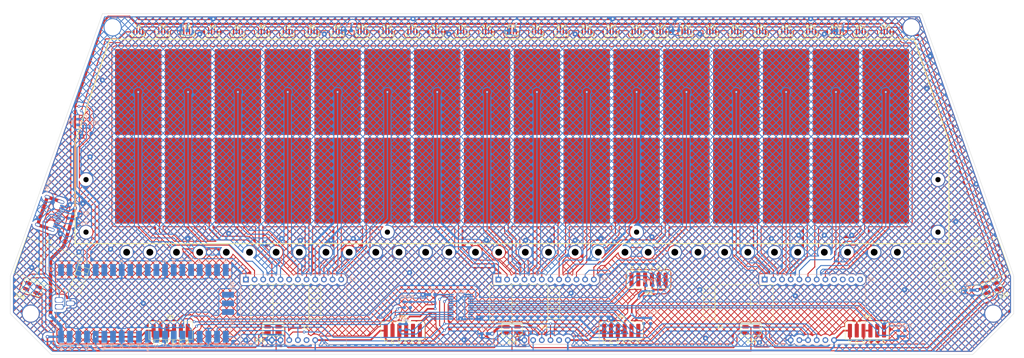
<source format=kicad_pcb>
(kicad_pcb (version 20211014) (generator pcbnew)

  (general
    (thickness 1.2)
  )

  (paper "B")
  (title_block
    (title "Chu Pico Main")
  )

  (layers
    (0 "F.Cu" signal)
    (31 "B.Cu" signal)
    (32 "B.Adhes" user "B.Adhesive")
    (33 "F.Adhes" user "F.Adhesive")
    (34 "B.Paste" user)
    (35 "F.Paste" user)
    (36 "B.SilkS" user "B.Silkscreen")
    (37 "F.SilkS" user "F.Silkscreen")
    (38 "B.Mask" user)
    (39 "F.Mask" user)
    (40 "Dwgs.User" user "User.Drawings")
    (41 "Cmts.User" user "User.Comments")
    (42 "Eco1.User" user "User.Eco1")
    (43 "Eco2.User" user "User.Eco2")
    (44 "Edge.Cuts" user)
    (45 "Margin" user)
    (46 "B.CrtYd" user "B.Courtyard")
    (47 "F.CrtYd" user "F.Courtyard")
    (48 "B.Fab" user)
    (49 "F.Fab" user)
  )

  (setup
    (stackup
      (layer "F.SilkS" (type "Top Silk Screen"))
      (layer "F.Paste" (type "Top Solder Paste"))
      (layer "F.Mask" (type "Top Solder Mask") (thickness 0.01))
      (layer "F.Cu" (type "copper") (thickness 0.035))
      (layer "dielectric 1" (type "core") (thickness 1.11) (material "FR4") (epsilon_r 4.5) (loss_tangent 0.02))
      (layer "B.Cu" (type "copper") (thickness 0.035))
      (layer "B.Mask" (type "Bottom Solder Mask") (thickness 0.01))
      (layer "B.Paste" (type "Bottom Solder Paste"))
      (layer "B.SilkS" (type "Bottom Silk Screen"))
      (copper_finish "None")
      (dielectric_constraints no)
    )
    (pad_to_mask_clearance 0)
    (grid_origin 214.196 93.074)
    (pcbplotparams
      (layerselection 0x00010fc_ffffffff)
      (disableapertmacros false)
      (usegerberextensions true)
      (usegerberattributes true)
      (usegerberadvancedattributes true)
      (creategerberjobfile false)
      (svguseinch false)
      (svgprecision 6)
      (excludeedgelayer true)
      (plotframeref false)
      (viasonmask false)
      (mode 1)
      (useauxorigin false)
      (hpglpennumber 1)
      (hpglpenspeed 20)
      (hpglpendiameter 15.000000)
      (dxfpolygonmode true)
      (dxfimperialunits true)
      (dxfusepcbnewfont true)
      (psnegative false)
      (psa4output false)
      (plotreference true)
      (plotvalue true)
      (plotinvisibletext false)
      (sketchpadsonfab false)
      (subtractmaskfromsilk true)
      (outputformat 1)
      (mirror false)
      (drillshape 0)
      (scaleselection 1)
      (outputdirectory "../../Production/PCB/chu_main/")
    )
  )

  (net 0 "")
  (net 1 "GND")
  (net 2 "+5V")
  (net 3 "+3V3")
  (net 4 "unconnected-(U1-Pad15)")
  (net 5 "Net-(U1-PadTP2)")
  (net 6 "Net-(U1-PadTP3)")
  (net 7 "unconnected-(USB1-Pad13)")
  (net 8 "unconnected-(USB1-Pad9)")
  (net 9 "unconnected-(USB1-Pad3)")
  (net 10 "unconnected-(U1-Pad14)")
  (net 11 "unconnected-(U1-Pad12)")
  (net 12 "unconnected-(U1-Pad11)")
  (net 13 "unconnected-(U1-Pad7)")
  (net 14 "unconnected-(U1-Pad6)")
  (net 15 "unconnected-(U1-Pad5)")
  (net 16 "unconnected-(U1-Pad2)")
  (net 17 "unconnected-(U1-Pad1)")
  (net 18 "unconnected-(U3-Pad1)")
  (net 19 "/SCL")
  (net 20 "/SDA")
  (net 21 "unconnected-(U4-Pad1)")
  (net 22 "unconnected-(U5-Pad1)")
  (net 23 "unconnected-(U1-Pad16)")
  (net 24 "unconnected-(U1-Pad19)")
  (net 25 "unconnected-(U1-Pad20)")
  (net 26 "unconnected-(U1-Pad26)")
  (net 27 "unconnected-(U1-Pad27)")
  (net 28 "unconnected-(U1-Pad29)")
  (net 29 "unconnected-(U1-Pad30)")
  (net 30 "unconnected-(U1-Pad31)")
  (net 31 "unconnected-(U1-Pad32)")
  (net 32 "unconnected-(U1-Pad34)")
  (net 33 "unconnected-(U1-Pad35)")
  (net 34 "unconnected-(U1-Pad37)")
  (net 35 "unconnected-(U1-Pad39)")
  (net 36 "unconnected-(U1-Pad41)")
  (net 37 "unconnected-(U1-Pad42)")
  (net 38 "unconnected-(U1-Pad43)")
  (net 39 "Net-(K25-Pad1)")
  (net 40 "Net-(K26-Pad1)")
  (net 41 "Net-(K27-Pad1)")
  (net 42 "Net-(K28-Pad1)")
  (net 43 "Net-(K29-Pad1)")
  (net 44 "Net-(K30-Pad1)")
  (net 45 "Net-(K31-Pad1)")
  (net 46 "Net-(K32-Pad1)")
  (net 47 "unconnected-(U5-Pad16)")
  (net 48 "unconnected-(U5-Pad17)")
  (net 49 "unconnected-(U5-Pad18)")
  (net 50 "unconnected-(U5-Pad19)")
  (net 51 "unconnected-(U8-Pad1)")
  (net 52 "Net-(K1-Pad1)")
  (net 53 "Net-(K2-Pad1)")
  (net 54 "Net-(K3-Pad1)")
  (net 55 "Net-(K4-Pad1)")
  (net 56 "Net-(K5-Pad1)")
  (net 57 "Net-(K6-Pad1)")
  (net 58 "Net-(K7-Pad1)")
  (net 59 "Net-(K8-Pad1)")
  (net 60 "Net-(K9-Pad1)")
  (net 61 "Net-(K10-Pad1)")
  (net 62 "Net-(K11-Pad1)")
  (net 63 "Net-(K12-Pad1)")
  (net 64 "Net-(K13-Pad1)")
  (net 65 "Net-(K14-Pad1)")
  (net 66 "Net-(K15-Pad1)")
  (net 67 "Net-(K16-Pad1)")
  (net 68 "Net-(K17-Pad1)")
  (net 69 "Net-(K18-Pad1)")
  (net 70 "Net-(K19-Pad1)")
  (net 71 "Net-(K20-Pad1)")
  (net 72 "Net-(K21-Pad1)")
  (net 73 "Net-(K22-Pad1)")
  (net 74 "Net-(K23-Pad1)")
  (net 75 "Net-(K24-Pad1)")
  (net 76 "unconnected-(U2-Pad19)")
  (net 77 "unconnected-(U2-Pad20)")
  (net 78 "unconnected-(U2-Pad10)")
  (net 79 "unconnected-(U2-Pad11)")
  (net 80 "Net-(D31-PadO)")
  (net 81 "Net-(D32-PadO)")
  (net 82 "Net-(D33-PadO)")
  (net 83 "Net-(D34-PadO)")
  (net 84 "Net-(D35-PadO)")
  (net 85 "unconnected-(D36-PadO)")
  (net 86 "Net-(D3-PadO)")
  (net 87 "Net-(D4-PadO)")
  (net 88 "Net-(D5-PadO)")
  (net 89 "Net-(D6-PadO)")
  (net 90 "Net-(D7-PadO)")
  (net 91 "Net-(D8-PadO)")
  (net 92 "Net-(D16-PadO)")
  (net 93 "Net-(D17-PadO)")
  (net 94 "Net-(D18-PadO)")
  (net 95 "Net-(D19-PadO)")
  (net 96 "Net-(D20-PadO)")
  (net 97 "Net-(D21-PadO)")
  (net 98 "Net-(D22-PadO)")
  (net 99 "Net-(D24-PadO)")
  (net 100 "Net-(D25-PadO)")
  (net 101 "Net-(D26-PadO)")
  (net 102 "Net-(D27-PadO)")
  (net 103 "Net-(D28-PadO)")
  (net 104 "Net-(D29-PadO)")
  (net 105 "Net-(D30-PadO)")
  (net 106 "Net-(D1-PadO)")
  (net 107 "Net-(D2-PadO)")
  (net 108 "Net-(D10-PadO)")
  (net 109 "Net-(D23-PadO)")
  (net 110 "Net-(D10-PadI)")
  (net 111 "Net-(D1-PadI)")
  (net 112 "Net-(D11-PadO)")
  (net 113 "Net-(D12-PadO)")
  (net 114 "Net-(D13-PadO)")
  (net 115 "Net-(D14-PadO)")
  (net 116 "Net-(D15-PadO)")
  (net 117 "unconnected-(U1-Pad17)")
  (net 118 "unconnected-(U1-Pad9)")
  (net 119 "unconnected-(U1-Pad10)")
  (net 120 "/SCL_1")
  (net 121 "/SDA_1")
  (net 122 "/SCL_2")
  (net 123 "/SDA_2")
  (net 124 "/SCL_3")
  (net 125 "/SDA_3")
  (net 126 "/SCL_4")
  (net 127 "/SDA_4")
  (net 128 "/SCL_5")
  (net 129 "/SDA_5")
  (net 130 "Net-(U1-Pad25)")
  (net 131 "unconnected-(U2-Pad17)")
  (net 132 "unconnected-(U2-Pad18)")
  (net 133 "unconnected-(U1-Pad24)")
  (net 134 "Net-(R1-Pad1)")
  (net 135 "Net-(R2-Pad1)")
  (net 136 "Net-(R3-Pad2)")

  (footprint "chu_main:WS2812B-4020" (layer "F.Cu") (at 309.096 63.074 180))

  (footprint "chu_main:ChuKeyScrews" (layer "F.Cu") (at 323.696 106.074 180))

  (footprint "chu_main:WS2812B-4020" (layer "F.Cu") (at 192.296 63.074 180))

  (footprint "chu_main:GP2Y0E03_REAL" (layer "F.Cu") (at 144.196 142.074 90))

  (footprint "chu_main:WS2812B-2835" (layer "F.Cu") (at 144.196 149.824))

  (footprint "chu_main:WS2812B-4020" (layer "F.Cu") (at 257.996 63.074 180))

  (footprint "chu_main:WS2812B-4020" (layer "F.Cu") (at 104.696 63.074 180))

  (footprint "chu_main:ChuKeyScrews" (layer "F.Cu") (at 163.096 106.074 180))

  (footprint "chu_main:ChuKey" (layer "F.Cu") (at 119.296 80.074))

  (footprint "chu_main:WS2812B-4020" (layer "F.Cu") (at 279.896 63.074 180))

  (footprint "chu_main:GP2Y0E03" (layer "F.Cu") (at 318.196 150.074))

  (footprint "chu_main:WS2812B-4020" (layer "F.Cu") (at 287.196 63.074 180))

  (footprint "chu_main:WS2812B-4020" (layer "F.Cu") (at 111.996 63.074 180))

  (footprint "chu_main:WS2812B-4020" (layer "F.Cu") (at 199.596 63.074 180))

  (footprint "chu_main:ChuKey" (layer "F.Cu") (at 265.296 80.074))

  (footprint "chu_main:WS2812B-2835" (layer "F.Cu") (at 73.696 137.574 -20))

  (footprint "chu_main:ChuKey" (layer "F.Cu") (at 192.296 80.074))

  (footprint "chu_main:WS2812B-4020" (layer "F.Cu") (at 272.596 63.074 180))

  (footprint "chu_main:WS2812B-2835" (layer "F.Cu") (at 284.196 149.824))

  (footprint "chu_main:ChuKey" (layer "F.Cu") (at 104.696 80.074))

  (footprint "chu_main:ChuKeyScrews" (layer "F.Cu") (at 148.496 106.074 180))

  (footprint "chu_main:WS2812B-4020" (layer "F.Cu") (at 206.896 63.074 180))

  (footprint "chu_main:GP2Y0E03" (layer "F.Cu") (at 114.196 150.074))

  (footprint "chu_main:WS2812B-4020" (layer "F.Cu") (at 163.096 63.074 180))

  (footprint "chu_main:ChuKeyScrews" (layer "F.Cu") (at 104.696 106.074 180))

  (footprint "chu_main:WS2812B-4020" (layer "F.Cu") (at 236.096 63.074 180))

  (footprint "chu_main:WS2812B-4020" (layer "F.Cu") (at 126.596 63.074 180))

  (footprint "chu_main:ChuKey" (layer "F.Cu") (at 163.096 80.074))

  (footprint "chu_main:WS2812B-4020" (layer "F.Cu") (at 148.496 63.074 180))

  (footprint "chu_main:ChuKey" (layer "F.Cu") (at 279.896 80.074))

  (footprint "chu_main:WS2812B-4020" (layer "F.Cu") (at 228.796 63.074 180))

  (footprint "chu_main:ChuKeyScrews" (layer "F.Cu") (at 309.096 106.074 180))

  (footprint "chu_main:ChuAcrylic" locked (layer "F.Cu")
    (tedit 0) (tstamp 6d5fc046-0aaf-471c-a688-b908063b2444)
    (at 214.196 94.574)
    (property "Sheetfile" "chu_main.kicad_sch")
    (property "Sheetname" "")
    (path "/c68e4c20-d03b-4dd9-aa72-ddc385238478")
    (fp_text reference "U0" (at -4 -31 unlocked) (layer "F.SilkS") hide
      (effects (font (size 1 1) (thickness 0.15)))
      (tstamp a08f1fc6-df4a-40bc-a341-5ca482e30303)
    )
    (fp_text value "ChuAcrylic" (at 0 28 unlocked) (layer "F.Fab")
      (effects (font (size 1 1) (thickness 0.15)))
      (tstamp 916cc3af-ea24-4790-b055-e7aa5bac8565)
    )
    (fp_text user "${REFERENCE}" (at 0 32 unlocked) (layer "F.Fab")
      (effects (font (size 1 1) (thickness 0.15)))
      (tstamp 7ee49fc1-6be4-4b83-bb1b-cf64068f4113)
    )
    (fp_line (start 117.800013 -30) (end -117.799993 -30) (layer "F.SilkS") (width 0.264582) (tstamp 387b8e84-cbb7-4288-bbe6-b5ca8aeb8fa6))
    (fp_line (start -127.999994 0) (end -127.999994 0) (layer "F.SilkS") (width 0.264582) (tstamp 4ede79c8-112b-40b3-a274-5b02d9f6731c))
    (fp_line (start -127.999994 30) (end -127.999994 30) (layer "F.SilkS") (width 0.264582) (tstamp 815814cd-c46e-44a8-abcf-e5132ef0377b))
    (fp_line (start -127.999994 30) (end 127.999995 30) (layer "F.SilkS") (width 0.264582) (tstamp 86640521-3e06-4d86-8ac5-d0e8910decbd))
    (fp_line (start 117.800013 -30) (end 117.800013 -30) (layer "F.SilkS") (width 0.264582) (tstamp 86f47da0-c306-45b6-9795-db769da6df80))
    (fp_line (start -117.799993 -30) (end -127.999994 0) (layer "F.SilkS") (width 0.264582) (tstamp 969fa5e3-62eb-4ce9-a87a-487a22e2dae2))
    (fp_line (start 127.999995 0) (end 127.999995 0) (layer "F.SilkS") (width 0.264582) (tstamp a63ff10b-5f3f-41af-bb13-70b738f9ca54))
    (fp_line (start 127.999995 0) (end 117.800013 -30) (layer "F.SilkS") (width 0.264582) (tstamp c47633b4-a0ee-4b23-bc4d-4d7aa9226f0a))
    (fp_line (start 127.999995 30) (end 127.999995 30) (layer "F.SilkS") (width 0.264582) (tstamp d9653ef0-0a19-4426-9a74-e6d6f47edda2))
    (fp_line (start -127.999994 0) (end -127.999994 30) (layer "F.SilkS") (width 0.264582) (tstamp da21d695-85db-4a8c-853c-844552658443))
    (fp_line (start 127.999995 30) (end 127.999995 0) (layer "F.SilkS") (width 0.264582) (tstamp e7ba30f0-482d-4a96-b893-def71d74d33f))
    (fp_line (start 124.677319 25.406197) (end 124.73826 25.401563) (layer "Dwgs.User") (width 0.264582) (tstamp 001ed9f8-c474-4668-87ea-59734f8a00e9))
    (fp_line (start -125.927178 11.612601) (end -125.946044 11.556844) (layer "Dwgs.User") (width 0.264582) (tstamp 00f0f69a-e531-4e1e-9724-2b40974619fd))
    (fp_line (start 101.200007 -28.036364) (end 101.200007 24) (layer "Dwgs.User") (width 0.264582) (tstamp 0221d900-c3f9-4287-8482-55f81c2ff76f))
    (fp_line (start 123.63778 10.900102) (end 123.653951 10.843157) (layer "Dwgs.User") (width 0.264582) (tstamp 024989a8-2dd3-4295-8a4b-dc143b02af79))
    (fp_line (start -125.725972 25.836688) (end -125.688255 25.793147) (layer "Dwgs.User") (width 0.264582) (tstamp 02602066-9675-4db6-976f-7a22e95eaf63))
    (fp_line (start 103.200007 -28.036364) (end 103.200007 24) (layer "Dwgs.User") (width 0.264582) (tstamp 02f97970-47ef-48c8-b57c-c7653adcd4cd))
    (fp_line (start 37.020256 27.681663) (end 36.967101 27.705694) (layer "Dwgs.User") (width 0.264582) (tstamp 03024deb-67e4-4bdf-a698-dedc1b7c7f0d))
    (fp_line (start 37.495065 25.929068) (end 37.526278 25.977755) (layer "Dwgs.User") (width 0.264582) (tstamp 031d8365-705c-4f7f-80af-ba5c27677074))
    (fp_line (start 88.600001 -28.036364) (end 88.600001 -28.036364) (layer "Dwgs.User") (width 0.264582) (tstamp 0341f8b9-a56e-488e-96ac-95e9ad3ce29d))
    (fp_line (start 124.677319 10.006195) (end 124.73826 10.001561) (layer "Dwgs.User") (width 0.264582) (tstamp 03b30c7f-4e86-447e-b035-f082e1382002))
    (fp_line (start 37.425984 25.836688) (end 37.461609 25.88202) (layer "Dwgs.User") (width 0.264582) (tstamp 03fe8a13-a096-4729-8fbe-b191c1c48346))
    (fp_line (start -125.099892 10.037779) (end -125.041835 10.02438) (layer "Dwgs.User") (width 0.264582) (tstamp 04490a2c-07f5-4aa3-9567-42ee5f622267))
    (fp_line (start 86.600001 -28.036364) (end 86.600001 -28.036364) (layer "Dwgs.User") (width 0.264582) (tstamp 04909cff-8d94-4b25-8375-4481544b8372))
    (fp_line (start -37.698425 26.538247) (end -37.693791 26.477305) (layer "Dwgs.User") (width 0.264582) (tstamp 04bcba1d-13b6-4727-833a-cc31995125c6))
    (fp_line (start -123.624372 26.358156) (end -123.613819 26.41725) (layer "Dwgs.User") (width 0.264582) (tstamp 05016af4-5807-4705-bd5e-fda3919a42a3))
    (fp_line (start -35.47372 25.977755) (end -35.444826 26.028008) (layer "Dwgs.User") (width 0.264582) (tstamp 0597a7d7-1d6b-43ee-aca3-319abdcde34f))
    (fp_line (start 35.473742 25.977755) (end 35.504955 25.929068) (layer "Dwgs.User") (width 0.264582) (tstamp 060be9ca-2799-45b1-8ecf-a540a1f56a6e))
    (fp_line (start 35.87777 27.626268) (end 35.829083 27.595055) (layer "Dwgs.User") (width 0.264582) (tstamp 061e4feb-8037-468e-ba4c-f4e2d790dd30))
    (fp_line (start 37.306859 25.711738) (end 37.348534 25.751472) (layer "Dwgs.User") (width 0.264582) (tstamp 061e9050-ee06-4126-a58f-a70c598fdbac))
    (fp_line (start -124.617245 12.386175) (end -124.6773 12.393806) (layer "Dwgs.User") (width 0.264582) (tstamp 06b97ee9-716c-4570-b55f-82f8d8bcaea2))
    (fp_line (start -36.377297 25.406197) (end -36.317242 25.413828) (layer "Dwgs.User") (width 0.264582) (tstamp 072005f2-acae-4e93-a982-4d3b32abaea2))
    (fp_line (start 15.600001 -28.036364) (end 15.600001 -28.036364) (layer "Dwgs.User") (width 0.264582) (tstamp 07c558fc-fa3a-4cf0-a0f8-99b27d084262))
    (fp_line (start 125.212618 27.72718) (end 125.156861 27.746046) (layer "Dwgs.User") (width 0.264582) (tstamp 07d168c1-118c-4a4a-a207-396af228cab8))
    (fp_line (start -123.744826 10.628009) (end -123.718325 10.679751) (layer "Dwgs.User") (width 0.264582) (tstamp 07ea279d-bd6b-4416-87ed-f9a9e876a8c4))
    (fp_line (start 125.688285 27.40685) (end 125.648551 27.448525) (layer "Dwgs.User") (width 0.264582) (tstamp 0809b773-0f8f-41c6-9a64-ea88f3d81561))
    (fp_line (start 125.998464 11.138249) (end 126.000025 11.200001) (layer "Dwgs.User") (width 0.264582) (tstamp 082ea781-f255-457d-b9d8-f178a389bbeb))
    (fp_line (start -123.744826 27.171989) (end -123.77372 27.222242) (layer "Dwgs.User") (width 0.264582) (tstamp 083759d1-a48a-496e-9166-9308c88dd0f6))
    (fp_line (start 36.50001 27.799995) (end 36.438259 27.798434) (layer "Dwgs.User") (width 0.264582) (tstamp 088e1a2f-0877-477f-ba6f-e9dab2ea4811))
    (fp_line (start -125.993798 26.477305) (end -125.986167 26.41725) (layer "Dwgs.User") (width 0.264582) (tstamp 091cb019-aad8-49dd-8784-a282c223c0dc))
    (fp_line (start 35.693161 27.488259) (end 35.651486 27.448525) (layer "Dwgs.User") (width 0.264582) (tstamp 093a7d4c-cc78-4dc5-ad8c-1da71e9dbb37))
    (fp_line (start -124.332898 10.094302) (end -124.279743 10.118333) (layer "Dwgs.User") (width 0.264582) (tstamp 095cc5ea-9a72-4e30-a120-05cd5e55f263))
    (fp_line (start 125.267113 12.3057) (end 125.212618 12.327186) (layer "Dwgs.User") (width 0.264582) (tstamp 098e3089-8001-43a6-a76f-033e937c2544))
    (fp_line (start 123.744836 26.028008) (end 123.77373 25.977755) (layer "Dwgs.User") (width 0.264582) (tstamp 0a1012aa-40db-41d5-a185-67f1d0ff39d7))
    (fp_line (start -86.599992 -28.036364) (end -86.599992 -28.036364) (layer "Dwgs.User") (width 0.264582) (tstamp 0a1a047b-c1c4-4ed6-9600-432526bed965))
    (fp_line (start 123.718335 11.720251) (end 123.694304 11.667095) (layer "Dwgs.User") (width 0.264582) (tstamp 0a5a878e-825b-4eae-98c2-9c33785aefab))
    (fp_line (start -124.558151 27.775616) (end -124.617245 27.786169) (layer "Dwgs.User") (width 0.264582) (tstamp 0a97e0ca-917e-4de6-ad92-77cc922e506e))
    (fp_line (start -123.613819 26.782747) (end -123.624372 26.84184) (layer "Dwgs.User") (width 0.264582) (tstamp 0a9991e6-2b5d-401c-8bb9-4f27e698ecd1))
    (fp_line (start -73.99999 -28.036364) (end -73.99999 -28.036364) (layer "Dwgs.User") (width 0.264582) (tstamp 0aa59fbe-b5d8-40c2-8a0b-6baaa7435238))
    (fp_line (start -125.761596 10.482021) (end -125.725972 10.436689) (layer "Dwgs.User") (width 0.264582) (tstamp 0ae901fa-5508-4fef-83dd-05a7334364fd))
    (fp_line (start -124.443149 12.346052) (end -124.500094 12.362222) (layer "Dwgs.User") (width 0.264582) (tstamp 0b9bb694-3301-4462-a164-9dfc1437442c))
    (fp_line (start -37.263301 25.674022) (end -37.217968 25.638398) (layer "Dwgs.User") (width 0.264582) (tstamp 0bb5beb4-ce67-4ed1-b45a-d7c938ae8214))
    (fp_line (start -35.394294 27.067093) (end -35.418325 27.120248) (layer "Dwgs.User") (width 0.264582) (tstamp 0be0df8d-2f86-4a13-9bb1-4ad3420e2b8f))
    (fp_line (start -74.99999 -30) (end -73.99999 -28.036364) (layer "Dwgs.User") (width 0.264582) (tstamp 0c161083-ca1f-4016-af7b-1fde7d39ce8d))
    (fp_line (start -125.905692 26.132904) (end -125.881661 26.079749) (layer "Dwgs.User") (width 0.264582) (tstamp 0c9e15f5-3c3c-4b83-91e5-418218497734))
    (fp_line (start 123.672817 10.7874) (end 123.694304 10.732906) (layer "Dwgs.User") (width 0.264582) (tstamp 0d0097c3-9128-47cf-9612-45f38e2ca8c9))
    (fp_line (start 124.036693 12.12598) (end 123.993151 12.088263) (layer "Dwgs.User") (width 0.264582) (tstamp 0d0205c1-a03c-4cb9-9014-8b7eed02a1bc))
    (fp_line (start -123.993139 12.088263) (end -124.036681 12.12598) (layer "Dwgs.User") (width 0.264582) (tstamp 0d2343ec-b633-4d09-a925-5a649df8de52))
    (fp_line (start 59.400004 -28.036364) (end 59.400004 -28.036364) (layer "Dwgs.User") (width 0.264582) (tstamp 0d2e0921-6eed-4716-95bc-69cc12ac9ac6))
    (fp_line (start -35.782012 25.638398) (end -35.736679 25.674022) (layer "Dwgs.User") (width 0.264582) (tstamp 0dbb60d2-ab44-4628-b4a5-91b7af39ab1a))
    (fp_line (start -36.032896 27.705694) (end -36.08739 27.72718) (layer "Dwgs.User") (width 0.264582) (tstamp 0df979c5-08fd-477d-9520-1ca9c5b59c42))
    (fp_line (start 35.473742 27.222242) (end 35.444847 27.171989) (layer "Dwgs.User") (width 0.264582) (tstamp 0e75ddac-9990-4905-9db3-48fbcca57b06))
    (fp_line (start 123.874025 11.963313) (end 123.8384 11.917981) (layer "Dwgs.User") (width 0.264582) (tstamp 0e7fdcd5-fd60-4ce4-b943-3671fbe23980))
    (fp_line (start -125.648522 25.751472) (end -125.606847 25.711738) (layer "Dwgs.User") (width 0.264582) (tstamp 0ebc0861-996f-4eec-b7af-eddb91c0bdca))
    (fp_line (start 37.425984 27.363309) (end 37.388268 27.40685) (layer "Dwgs.User") (width 0.264582) (tstamp 0f34f4ca-3a04-4b14-b53a-8bce664da26b))
    (fp_line (start -37.555154 26.028008) (end -37.52626 25.977755) (layer "Dwgs.User") (width 0.264582) (tstamp 0f7bfabf-2d2b-40a7-8da4-ebe82a4abd72))
    (fp_line (start 124.082026 25.638398) (end 124.129074 25.604941) (layer "Dwgs.User") (width 0.264582) (tstamp 0f818beb-e04a-4e33-935f-7094ddad0cfa))
    (fp_line (start 125.606875 27.488259) (end 125.563333 27.525975) (layer "Dwgs.User") (width 0.264582) (tstamp 0f86d665-11ac-406c-ae01-3547e4328b94))
    (fp_line (start -123.637771 11.4999) (end -123.653942 11.556844) (layer "Dwgs.User") (width 0.264582) (tstamp 0fc3237b-cfb7-4d2d-aadf-c967542409c7))
    (fp_line (start 124.500111 27.762217) (end 124.443166 27.746046) (layer "Dwgs.User") (width 0.264582) (tstamp 100e6a85-91bf-4ad2-8df9-6f15c4d654e4))
    (fp_line (start -123.653942 11.556844) (end -123.672808 11.612601) (layer "Dwgs.User") (width 0.264582) (tstamp 103dc118-e62b-4cf8-b013-083a44c14cd0))
    (fp_line (start 124.082026 27.561599) (end 124.036693 27.525975) (layer "Dwgs.User") (width 0.264582) (tstamp 107fd7e4-c553-4b4d-9148-f1144ada0404))
    (fp_line (start -36.258148 27.775616) (end -36.317242 27.786169) (layer "Dwgs.User") (width 0.264582) (tstamp 1090773d-d47f-4d33-862b-264440ae31bf))
    (fp_line (start -125.517973 12.161604) (end -125.563305 12.12598) (layer "Dwgs.User") (width 0.264582) (tstamp 11d2a6ee-1ad1-48c0-8949-67793c01d258))
    (fp_line (start 35.574036 25.836688) (end 35.611752 25.793147) (layer "Dwgs.User") (width 0.264582) (tstamp 11df184c-da22-4417-abc6-669a020392c1))
    (fp_line (start 123.993151 27.488259) (end 123.951476 27.448525) (layer "Dwgs.User") (width 0.264582) (tstamp 121200ca-a933-49bb-9f20-ff16f787a041))
    (fp_line (start 28.200007 -28.036364) (end 28.200007 24) (layer "Dwgs.User") (width 0.264582) (tstamp 1250fbc9-4a08-4c7c-88b0-c710151b93fc))
    (fp_line (start -123.874014 27.363309) (end -123.911731 27.40685) (layer "Dwgs.User") (width 0.264582) (tstamp 12bffaf2-3bb5-4e9f-8a05-8ecc6d8ea339))
    (fp_line (start 124.279757 12.281669) (end 124.228015 12.255168) (layer "Dwgs.User") (width 0.264582) (tstamp 138fa538-4732-458d-b3c1-53749886b90a))
    (fp_line (start 124.922708 12.393806) (end 124.861766 12.39844) (layer "Dwgs.User") (width 0.264582) (tstamp 13a12c5b-e872-4ee7-a017-3350fee79ec3))
    (fp_line (start 37.581673 26.079749) (end 37.605705 26.132904) (layer "Dwgs.User") (width 0.264582) (tstamp 145f48c9-5c21-41ab-9f60-fdfaadd8cca2))
    (fp_line (start 125.518 10.238398) (end 125.563333 10.274022) (layer "Dwgs.User") (width 0.264582) (tstamp 145fd1f6-0734-4fed-a5bb-53fe91cd251b))
    (fp_line (start 127.999995 0) (end 127.999995 0) (layer "Dwgs.User") (width 0.264582) (tstamp 148cfdb8-a365-4175-ae39-98c81ee841ac))
    (fp_line (start 35.829083 27.595055) (end 35.782035 27.561599) (layer "Dwgs.User") (width 0.264582) (tstamp 152da36f-bd3d-4529-bcaf-bf02fa3b92b8))
    (fp_line (start -123.672808 11.612601) (end -123.694294 11.667095) (layer "Dwgs.User") (width 0.264582) (tstamp 154fbe39-81fd-412f-8e10-cb09907c196f))
    (fp_line (start -125.563305 12.12598) (end -125.606847 12.088263) (layer "Dwgs.User") (width 0.264582) (tstamp 1585689f-1639-4d2e-9063-9ce61d7a4a38))
    (fp_line (start -35.979741 25.518334) (end -35.927999 25.544834) (layer "Dwgs.User") (width 0.264582) (tstamp 15a50e75-9b69-471a-aefe-ad8de35fbadc))
    (fp_line (start -36.08739 25.472817) (end -36.032896 25.494303) (layer "Dwgs.User") (width 0.264582) (tstamp 15d16aa9-64c5-4599-913e-ca737b64e3fd))
    (fp_line (start -123.599992 11.200001) (end -123.599992 11.200001) (layer "Dwgs.User") (width 0.264582) (tstamp 162c9b58-d8f9-47ae-81e0-6ee61565e14a))
    (fp_line (start 35.372829 26.187398) (end 35.394316 26.132904) (layer "Dwgs.User") (width 0.264582) (tstamp 169130d8-9762-4c4e-bae5-3a40f73da3a0))
    (fp_line (start -36.967084 27.705694) (end -37.020239 27.681663) (layer "Dwgs.User") (width 0.264582) (tstamp 1715c671-9026-4194-a7b3-b440c020d423))
    (fp_line (start -123.601554 26.66175) (end -123.606188 26.722692) (layer "Dwgs.User") (width 0.264582) (tstamp 172ea0f6-0fdb-479a-be9d-295d16331181))
    (fp_line (start 124.177762 25.573729) (end 124.228015 25.544834) (layer "Dwgs.User") (width 0.264582) (tstamp 178f0070-f1ce-4cee-8c97-674d18f3dc05))
    (fp_line (start -125.688255 27.40685) (end -125.725972 27.363309) (layer "Dwgs.User") (width 0.264582) (tstamp 17932b8b-ff93-4805-a26a-2a77d2d447f7))
    (fp_line (start 125.563333 27.525975) (end 125.518 27.561599) (layer "Dwgs.User") (width 0.264582) (tstamp 17bfc5b3-24b5-4847-8abf-9a968863bb34))
    (fp_line (start 123.804944 10.529069) (end 123.8384 10.482021) (layer "Dwgs.User") (width 0.264582) (tstamp 17e6c62b-170a-4d9f-8dbc-73e9478e3a18))
    (fp_line (start 124.228015 12.255168) (end 124.177762 12.226274) (layer "Dwgs.User") (width 0.264582) (tstamp 184278cd-f5cd-4ed6-83e6-2bc88088a962))
    (fp_line (start -125.962215 26.3001) (end -125.946044 26.243155) (layer "Dwgs.User") (width 0.264582) (tstamp 18d81337-3a19-4eda-83ab-d3ceee26d073))
    (fp_line (start -123.694294 27.067093) (end -123.718325 27.120248) (layer "Dwgs.User") (width 0.264582) (tstamp 19133012-6c5d-468b-a6bf-cf28743d3b98))
    (fp_line (start -125.986167 11.017252) (end -125.975614 10.958159) (layer "Dwgs.User") (width 0.264582) (tstamp 192e4d4b-d035-4e00-bf9e-a097b5c6fd52))
    (fp_line (start -124.177749 12.226274) (end -124.228001 12.255168) (layer "Dwgs.User") (width 0.264582) (tstamp 19623e3e-f0fe-4727-a3a9-6bb46e2a268d))
    (fp_line (start -35.353942 26.243155) (end -35.337772 26.3001) (layer "Dwgs.User") (width 0.264582) (tstamp 1a18e0ed-5113-492d-ac09-4130e6acdff1))
    (fp_line (start 35.306209 26.477305) (end 35.31384 26.41725) (layer "Dwgs.User") (width 0.264582) (tstamp 1a323c40-375d-4632-8795-a81df07ab867))
    (fp_line (start 36.200114 25.43778) (end 36.25817 25.424381) (layer "Dwgs.User") (width 0.264582) (tstamp 1b19f151-937e-4ebd-b3de-01368c2e4715))
    (fp_line (start 35.736703 25.674022) (end 35.782035 25.638398) (layer "Dwgs.User") (width 0.264582) (tstamp 1b2b604c-56ba-46f1-82b6-c66f703c41e8))
    (fp_line (start -37.495047 25.929068) (end -37.461591 25.88202) (layer "Dwgs.User") (width 0.264582) (tstamp 1b59829a-ff1d-4b73-ab31-5e474768948a))
    (fp_line (start -42.799993 -28.036364) (end -42.799993 -28.036364) (layer "Dwgs.User") (width 0.264582) (tstamp 1b855085-f774-40e9-b060-0831c080a8de))
    (fp_line (start 35.928022 25.544834) (end 35.979764 25.518334) (layer "Dwgs.User") (width 0.264582) (tstamp 1bc54ba2-d375-4062-a414-d245a98593b3))
    (fp_line (start 125.905723 27.067093) (end 125.881691 27.120248) (layer "Dwgs.User") (width 0.264582) (tstamp 1c461502-02f8-4300-8557-7bea30075349))
    (fp_line (start 37.698446 26.538247) (end 37.700007 26.599998) (layer "Dwgs.User") (width 0.264582) (tstamp 1c88878f-ce27-42c7-b673-3f40978a556e))
    (fp_line (start 125.946075 26.243155) (end 125.962246 26.3001) (layer "Dwgs.User") (width 0.264582) (tstamp 1c9d6d47-65ea-428c-851c-52025a99b6d3))
    (fp_line (start -124.922686 10.006195) (end -124.861745 10.001561) (layer "Dwgs.User") (width 0.264582) (tstamp 1cb5cd80-01dd-4a06-8af3-d67dde9d1efb))
    (fp_line (start -123.77372 27.222242) (end -123.804933 27.270929) (layer "Dwgs.User") (width 0.264582) (tstamp 1d04be9f-a2a2-493f-b11f-3f664bbfaebc))
    (fp_line (start 124.558168 10.02438) (end 124.617263 10.013827) (layer "Dwgs.User") (width 0.264582) (tstamp 1d1373d7-fadc-46e1-a992-64e9cf8fb365))
    (fp_line (start 36.682757 27.786169) (end 36.622702 27.7938) (layer "Dwgs.User") (width 0.264582) (tstamp 1da75a81-91c3-47b2-9c0c-5b322f179922))
    (fp_line (start -127.999994 30) (end -127.999994 30) (layer "Dwgs.User") (width 0.264582) (tstamp 1dc51c53-023a-4620-91a1-e150207dd369))
    (fp_line (start 35.337792 26.3001) (end 35.353963 26.243155) (layer "Dwgs.User") (width 0.264582) (tstamp 1e24a674-939a-4f84-8c96-8456edd9b83e))
    (fp_line (start 125.826296 10.577756) (end 125.855191 10.628009) (layer "Dwgs.User") (width 0.264582) (tstamp 1e44909f-3478-456a-bccf-6faf6fa1c17e))
    (fp_line (start -125.320243 25.518334) (end -125.267088 25.494303) (layer "Dwgs.User") (width 0.264582) (tstamp 1e574f7c-fc87-451f-afb1-414986c0357f))
    (fp_line (start -125.85516 27.171989) (end -125.881661 27.120248) (layer "Dwgs.User") (width 0.264582) (tstamp 1e8b57f7-1658-4650-be82-cbd0106ec6ee))
    (fp_line (start -35.372808 27.012599) (end -35.394294 27.067093) (layer "Dwgs.User") (width 0.264582) (tstamp 1f8b8fbc-83ec-414a-87bd-7c254ec969cb))
    (fp_line (start 125.881691 10.679751) (end 125.905723 10.732906) (layer "Dwgs.User") (width 0.264582) (tstamp 1fb20f86-ac83-4696-a079-3a41605abe88))
    (fp_line (start 125.099915 10.037779) (end 125.156861 10.05395) (layer "Dwgs.User") (width 0.264582) (tstamp 1fb2d2dd-9a6d-4912-9840-c0b354568ecb))
    (fp_line (start 123.653951 10.843157) (end 123.672817 10.7874) (layer "Dwgs.User") (width 0.264582) (tstamp 1ff1f23e-83f5-4ce4-9dac-0fc69e8dbac9))
    (fp_line (start 125.606875 25.711738) (end 125.648551 25.751472) (layer "Dwgs.User") (width 0.264582) (tstamp 1ff7b4ab-8a94-4cb8-9cd8-a80dc87b06b5))
    (fp_line (start 89.600001 -30) (end 88.600001 -28.036364) (layer "Dwgs.User") (width 0.264582) (tstamp 1ffdfa90-d529-45c6-95c3-8841bb3e4c82))
    (fp_line (start -123.951464 27.448525) (end -123.993139 27.488259) (layer "Dwgs.User") (width 0.264582) (tstamp 204d46de-2a2f-4402-8871-a1fe166f1328))
    (fp_line (start -125.212594 27.72718) (end -125.267088 27.705694) (layer "Dwgs.User") (width 0.264582) (tstamp 207adcb4-ecfa-4613-ae13-aa051ac9c664))
    (fp_line (start -123.804933 11.870933) (end -123.83839 11.917981) (layer "Dwgs.User") (width 0.264582) (tstamp 20dfe146-d32b-450e-8955-e63ff2790a62))
    (fp_line (start 125.855191 11.771993) (end 125.826296 11.822245) (layer "Dwgs.User") (width 0.264582) (tstamp 20e2c4cb-e68b-4d3a-a3bc-7085608a58a5))
    (fp_line (start 123.606196 26.477305) (end 123.613828 26.41725) (layer "Dwgs.User") (width 0.264582) (tstamp 21720194-df28-4a2b-be48-c0629c25fbe4))
    (fp_line (start -125.986167 26.782747) (end -125.993798 26.722692) (layer "Dwgs.User") (width 0.264582) (tstamp 21a7f13a-e847-46c0-9bda-d333e44a4350))
    (fp_line (start 37.68618 26.782747) (end 37.675627 26.84184) (layer "Dwgs.User") (width 0.264582) (tstamp 21e3285a-94e1-4f5a-b878-6dbf3ffc1330))
    (fp_line (start 127.999995 0) (end 117.800013 -30) (layer "Dwgs.User") (width 0.264582) (tstamp 21f6c573-b518-422e-9af6-63c695e5551a))
    (fp_line (start -88.599992 -28.036364) (end -88.599992 24) (layer "Dwgs.User") (width 0.264582) (tstamp 2239be7d-3f30-43d5-8fa0-a219b8bac4c5))
    (fp_line (start -125.946044 26.956842) (end -125.962215 26.899897) (layer "Dwgs.User") (width 0.264582) (tstamp 2250e2d4-6c66-488b-87a1-63edfc759183))
    (fp_line (start 36.200114 27.762217) (end 36.14317 27.746046) (layer "Dwgs.User") (width 0.264582) (tstamp 228a1926-6d40-4439-9eae-39810b7f060d))
    (fp_line (start 35.31384 26.41725) (end 35.324393 26.358156) (layer "Dwgs.User") (width 0.264582) (tstamp 228ca94d-a582-4024-a4ca-295a740a977c))
    (fp_line (start 125.563333 10.274022) (end 125.606875 10.311738) (layer "Dwgs.User") (width 0.264582) (tstamp 22e25337-45f2-4b3d-9bbf-0a57d3a3ec10))
    (fp_line (start -125.826266 25.977755) (end -125.795053 25.929068) (layer "Dwgs.User") (width 0.264582) (tstamp 22eb5ed2-d49e-4e6a-b84d-89bc855be5aa))
    (fp_line (start -123.613819 11.382749) (end -123.624372 11.441843) (layer "Dwgs.User") (width 0.264582) (tstamp 2326eab4-ce39-4b19-8baa-3f0884e91f9d))
    (fp_line (start -1.99999 -30) (end -0.99999 -28.036364) (layer "Dwgs.User") (width 0.264582) (tstamp 2335fbd6-9a01-43f2-bbae-8a4a1ad42a3e))
    (fp_line (start -125.998432 26.66175) (end -125.999994 26.599998) (layer "Dwgs.User") (width 0.264582) (tstamp 235ad4df-957e-4e8b-b850-e198fa217375))
    (fp_line (start 37.348534 27.448525) (end 37.306859 27.488259) (layer "Dwgs.User") (width 0.264582) (tstamp 23c0960e-9712-44c4-902c-bb334da7840b))
    (fp_line (start -37.605686 26.132904) (end -37.581655 26.079749) (layer "Dwgs.User") (width 0.264582) (tstamp 23e72cb2-3fbd-4b95-a4ee-0722606e5e35))
    (fp_line (start -37.662208 26.3001) (end -37.646038 26.243155) (layer "Dwgs.User") (width 0.264582) (tstamp 24c35474-0e8d-4904-b2d4-294230e7d371))
    (fp_line (start 35.736703 27.525975) (end 35.693161 27.488259) (layer "Dwgs.User") (width 0.264582) (tstamp 25e4e3b2-47d3-4297-a450-a99d0b4919f4))
    (fp_line (start -37.662208 26.899897) (end -37.675607 26.84184) (layer "Dwgs.User") (width 0.264582) (tstamp 2622f007-7f1b-4711-8105-a3cda30397b2))
    (fp_line (start -124.799993 12.400002) (end -124.861745 12.39844) (layer "Dwgs.User") (width 0.264582) (tstamp 26c7f339-54e8-42b2-b6c1-8c1acf1319ee))
    (fp_line (start -123.77372 10.577756) (end -123.744826 10.628009) (layer "Dwgs.User") (width 0.264582) (tstamp 26dafb14-bfb5-42a0-8f40-41b3d27cd6db))
    (fp_line (start -125.905692 27.067093) (end -125.927178 27.012599) (layer "Dwgs.User") (width 0.264582) (tstamp 26e7a45f-4d01-408d-b3e5-2bc181984d8e))
    (fp_line (start 125.606875 10.311738) (end 125.648551 10.351472) (layer "Dwgs.User") (width 0.264582) (tstamp 26f34a60-492c-4c5a-9d6b-ab84869fe228))
    (fp_line (start 124.228015 25.544834) (end 124.279757 25.518334) (layer "Dwgs.User") (width 0.264582) (tstamp 26f6c8d9-938d-4c80-9766-63dda0376382))
    (fp_line (start -124.036681 25.674022) (end -123.993139 25.711738) (layer "Dwgs.User") (width 0.264582) (tstamp 276e9fad-22b3-4397-9a31-61b32cb41c0d))
    (fp_line (start -36.856833 25.453951) (end -36.799889 25.43778) (layer "Dwgs.User") (width 0.264582) (tstamp 2794feff-b80d-4a30-bbb4-193d81e6bf2a))
    (fp_line (start -36.200091 27.762217) (end -36.258148 27.775616) (layer "Dwgs.User") (width 0.264582) (tstamp 27c1b598-e4ba-4210-a6c9-f251cfa7e755))
    (fp_line (start 35.444847 27.171989) (end 35.418347 27.120248) (layer "Dwgs.User") (width 0.264582) (tstamp 2849848c-2a6e-433d-b32a-b0c3d145b690))
    (fp_line (start 125.648551 12.04853) (end 125.606875 12.088263) (layer "Dwgs.User") (width 0.264582) (tstamp 286098ec-b293-4373-be36-dba1df7e5303))
    (fp_line (start -57.399991 -28.036364) (end -57.399991 -28.036364) (layer "Dwgs.User") (width 0.264582) (tstamp 28ccc08d-304e-427b-a06d-edfd4643e62c))
    (fp_line (start -35.538389 27.317977) (end -35.574013 27.363309) (layer "Dwgs.User") (width 0.264582) (tstamp 28d20732-cf4b-43b0-b5d4-703bdd815636))
    (fp_line (start -35.299993 26.599998) (end -35.299993 26.599998) (layer "Dwgs.User") (width 0.264582) (tstamp 28fbe322-3585-4af5-93fa-41e7c81c91fe))
    (fp_line (start 124.861766 12.39844) (end 124.800013 12.400002) (layer "Dwgs.User") (width 0.264582) (tstamp 290bb86a-27a2-49a4-8c02-c7765065c56f))
    (fp_line (start -35.418325 26.079749) (end -35.394294 26.132904) (layer "Dwgs.User") (width 0.264582) (tstamp 295bef76-0257-44a6-929c-de1cf1155d4b))
    (fp_line (start 36.25817 27.775616) (end 36.200114 27.762217) (layer "Dwgs.User") (width 0.264582) (tstamp 29a788e3-59d9-4bb1-89b9-aeda548ad211))
    (fp_line (start -125.470925 27.595055) (end -125.517973 27.561599) (layer "Dwgs.User") (width 0.264582) (tstamp 29a85e42-d675-4c52-91fd-49a3e4ff0a76))
    (fp_line (start -36.49999 27.799995) (end -36.561742 27.798434) (layer "Dwgs.User") (width 0.264582) (tstamp 29d45920-ce61-45c9-936b-b7c824066552))
    (fp_line (start -124.332898 27.705694) (end -124.387392 27.72718) (layer "Dwgs.User") (width 0.264582) (tstamp 29f7045a-4273-4230-b49c-3c183c8a93e4))
    (fp_line (start 124.558168 25.424381) (end 124.617263 25.413828) (layer "Dwgs.User") (width 0.264582) (tstamp 2a9fc806-5462-465b-8ce9-58db197a941d))
    (fp_line (start -35.693138 27.488259) (end -35.736679 27.525975) (layer "Dwgs.User") (width 0.264582) (tstamp 2b05d2c2-dbfb-49b1-ba1e-75c4094bd500))
    (fp_line (start -124.177749 25.573729) (end -124.129061 25.604941) (layer "Dwgs.User") (width 0.264582) (tstamp 2b1ca4cb-f45a-4b80-992a-5050f0251a87))
    (fp_line (start -124.177749 27.626268) (end -124.228001 27.655163) (layer "Dwgs.User") (width 0.264582) (tstamp 2c31fa87-bc58-4909-bb8a-6fe86ed35005))
    (fp_line (start -125.517973 10.238398) (end -125.470925 10.204941) (layer "Dwgs.User") (width 0.264582) (tstamp 2c9cdddc-bb5b-4b79-aa72-6eeb49b760ee))
    (fp_line (start -124.129061 10.204941) (end -124.082013 10.238398) (layer "Dwgs.User") (width 0.264582) (tstamp 2cfb9eca-262c-4d6b-9847-6ea123b87ccc))
    (fp_line (start 36.967101 25.494303) (end 37.020256 25.518334) (layer "Dwgs.User") (width 0.264582) (tstamp 2d44fd07-6b4a-4b3b-8720-221dd32a5cac))
    (fp_line (start -35.927999 27.655163) (end -35.979741 27.681663) (layer "Dwgs.User") (width 0.264582) (tstamp 2d7669dc-a0a7-40b2-b57a-a45de9f421b1))
    (fp_line (start 36.50001 25.400002) (end 36.50001 25.400002) (layer "Dwgs.User") (width 0.264582) (tstamp 2de2d129-4b4e-4bf2-98d6-8efabe0e8ecb))
    (fp_line (start -37.071981 25.544834) (end -37.020239 25.518334) (layer "Dwgs.User") (width 0.264582) (tstamp 2e6defee-6b38-4b1f-b6ce-321843b7fdf5))
    (fp_line (start -125.826266 11.822245) (end -125.85516 11.771993) (layer "Dwgs.User") (width 0.264582) (tstamp 2ec6f644-2574-4d0c-9c48-a3655fadcc62))
    (fp_line (start 124.177762 10.173728) (end 124.228015 10.144834) (layer "Dwgs.User") (width 0.264582) (tstamp 2efcb7ff-f8db-4c21-8ee3-90b9efc692e6))
    (fp_line (start 125.041858 27.775616) (end 124.982764 27.786169) (layer "Dwgs.User") (width 0.264582) (tstamp 2f0aac01-c087-4291-ac01-6babcaafbaba))
    (fp_line (start 126.000025 26.599998) (end 125.998464 26.66175) (layer "Dwgs.User") (width 0.264582) (tstamp 2f1de17e-2ee4-40d0-9f58-54c0ebc2ce3a))
    (fp_line (start 35.300013 26.599998) (end 35.301575 26.538247) (layer "Dwgs.User") (width 0.264582) (tstamp 2fa26291-ad04-4beb-8360-5850269e06a8))
    (fp_line (start 35.444847 26.028008) (end 35.473742 25.977755) (layer "Dwgs.User") (width 0.264582) (tstamp 2ff19eec-172d-4109-9879-ee48899226c5))
    (fp_line (start -37.675607 26.84184) (end -37.68616 26.782747) (layer "Dwgs.User") (width 0.264582) (tstamp 307bbe89-9465-4e3b-8471-942b4797fabc))
    (fp_line (start 36.032919 25.494303) (end 36.087413 25.472817) (layer "Dwgs.User") (width 0.264582) (tstamp 30b355f1-6618-40a6-a21b-a522b667a2cb))
    (fp_line (start -125.85516 26.028008) (end -125.826266 25.977755) (layer "Dwgs.User") (width 0.264582) (tstamp 3106fd93-9c37-40d0-ad11-cb49626c30ef))
    (fp_line (start -36.317242 25.413828) (end -36.258148 25.424381) (layer "Dwgs.User") (width 0.264582) (tstamp 310b0906-8bd3-491c-a6cc-c4a852a2cd71))
    (fp_line (start 124.800013 10) (end 124.861766 10.001561) (layer "Dwgs.User") (width 0.264582) (tstamp 310d5173-119f-40e2-b85a-d449944c118f))
    (fp_line (start 35.418347 26.079749) (end 35.444847 26.028008) (layer "Dwgs.User") (width 0.264582) (tstamp 316734c0-6f71-490e-a738-0f0329255cec))
    (fp_line (start 125.927209 10.7874) (end 125.946075 10.843157) (layer "Dwgs.User") (width 0.264582) (tstamp 316d8da5-1d53-4767-a2d8-d7842630cf18))
    (fp_line (start -124.982741 12.386175) (end -125.041835 12.375622) (layer "Dwgs.User") (width 0.264582) (tstamp 31ad5d08-1432-4ae0-9c32-5e2ebd7c2cb0))
    (fp_line (start 35.394316 26.132904) (end 35.418347 26.079749) (layer "Dwgs.User") (width 0.264582) (tstamp 31bcdf14-688c-4c9e-a90d-2b4caaee4281))
    (fp_line (start 125.320269 12.281669) (end 125.267113 12.3057) (layer "Dwgs.User") (width 0.264582) (tstamp 31c89969-6a1a-4845-bc47-b495c6618842))
    (fp_line (start 35.538411 27.317977) (end 35.504955 27.270929) (layer "Dwgs.User") (width 0.264582) (tstamp 31eb955a-d98b-48b6-986d-03d4e5e31b0c))
    (fp_line (start -35.306188 26.477305) (end -35.301554 26.538247) (layer "Dwgs.User") (width 0.264582) (tstamp 31f714ad-5053-4aff-b126-4d6169a06091))
    (fp_line (start 37.605705 26.132904) (end 37.627191 26.187398) (layer "Dwgs.User") (width 0.264582) (tstamp 32005fc8-d17e-4d01-9b8a-45280c7d1bfa))
    (fp_line (start -36.317242 27.786169) (end -36.377297 27.7938) (layer "Dwgs.User") (width 0.264582) (tstamp 32018352-aeec-42d2-9127-11aa61a089a3))
    (fp_line (start -36.622683 25.406197) (end -36.561742 25.401563) (layer "Dwgs.User") (width 0.264582) (tstamp 321da4fc-28ac-4b2a-bb42-a788c3e368d5))
    (fp_line (start -125.563305 25.674022) (end -125.517973 25.638398) (layer "Dwgs.User") (width 0.264582) (tstamp 3231885b-63b5-4ac4-b9dc-8d04a9b966f4))
    (fp_line (start -36.741832 27.775616) (end -36.799889 27.762217) (layer "Dwgs.User") (width 0.264582) (tstamp 32797965-b9da-49cb-b843-891893eeb14d))
    (fp_line (start -124.799993 10) (end -124.738241 10.001561) (layer "Dwgs.User") (width 0.264582) (tstamp 327ad25d-db1e-41d9-b0bc-887eb141b70a))
    (fp_line (start -35.829059 25.604941) (end -35.782012 25.638398) (layer "Dwgs.User") (width 0.264582) (tstamp 32b14b64-9b9f-4207-afa6-a9e87d96cf31))
    (fp_line (start -124.799993 25.400002) (end -124.799993 25.400002) (layer "Dwgs.User") (width 0.264582) (tstamp 32cb45ec-df23-47c3-a276-f40603de9ef4))
    (fp_line (start 123.600001 26.599998) (end 123.600001 26.599998) (layer "Dwgs.User") (width 0.264582) (tstamp 331350dc-58ce-40ec-9d81-60102218e789))
    (fp_line (start 125.986199 11.382749) (end 125.975645 11.441843) (layer "Dwgs.User") (width 0.264582) (tstamp 33865c88-8a75-469c-b154-38ca3c3c9f83))
    (fp_line (start -127.999994 0) (end -127.999994 0) (layer "Dwgs.User") (width 0.264582) (tstamp 3404ae81-3b93-4021-9b45-73bcb03628de))
    (fp_line (start -125.927178 26.187398) (end -125.905692 26.132904) (layer "Dwgs.User") (width 0.264582) (tstamp 34255240-cfef-4a2f-ab26-32aec6eff284))
    (fp_line (start -124.922686 27.7938) (end -124.982741 27.786169) (layer "Dwgs.User") (width 0.264582) (tstamp 34750a59-a14f-4eeb-a43d-6e519b4b6956))
    (fp_line (start 37.68618 26.41725) (end 37.693811 26.477305) (layer "Dwgs.User") (width 0.264582) (tstamp 3490684a-2d30-484d-b389-9b33a276627e))
    (fp_line (start -124.861745 27.798434) (end -124.922686 27.7938) (layer "Dwgs.User") (width 0.264582) (tstamp 34987af1-2816-4032-b9df-86c6a96b291a))
    (fp_line (start 44.800013 -28.036364) (end 44.800013 -28.036364) (layer "Dwgs.User") (width 0.264582) (tstamp 34a1eebb-9766-4e8b-bbb9-a121f9495cb6))
    (fp_line (start -124.6773 12.393806) (end -124.738241 12.39844) (layer "Dwgs.User") (width 0.264582) (tstamp 35a53939-b579-41a9-8caf-7b07955a19fd))
    (fp_line (start 37.020256 25.518334) (end 37.071998 25.544834) (layer "Dwgs.User") (width 0.264582) (tstamp 35fdc24a-7adf-470e-b4da-c1fb24db107c))
    (fp_line (start -123.951464 10.351472) (end -123.911731 10.393147) (layer "Dwgs.User") (width 0.264582) (tstamp 364a74d1-7d05-478b-983f-90a1ceedd862))
    (fp_line (start -125.881661 11.720251) (end -125.905692 11.667095) (layer "Dwgs.User") (width 0.264582) (tstamp 36590b3a-c8e6-4dd8-8450-834b036ee5b1))
    (fp_line (start -37.555154 27.171989) (end -37.581655 27.120248) (layer "Dwgs.User") (width 0.264582) (tstamp 3710b94f-d82b-4066-8835-b8010af685ba))
    (fp_line (start 35.301575 26.66175) (end 35.300013 26.599998) (layer "Dwgs.User") (width 0.264582) (tstamp 37122105-9542-43b8-8378-c2c2e151d96d))
    (fp_line (start -123.804933 10.529069) (end -123.77372 10.577756) (layer "Dwgs.User") (width 0.264582) (tstamp 37bb394f-d4fe-46c1-99a5-f81d71b8bc44))
    (fp_line (start 37.627191 26.187398) (end 37.646057 26.243155) (layer "Dwgs.User") (width 0.264582) (tstamp 37f6f1d9-356e-424c-bc2e-f1af42b23c1b))
    (fp_line (start 124.443166 27.746046) (end 124.387408 27.72718) (layer "Dwgs.User") (width 0.264582) (tstamp 394bff83-68b1-4a5a-83b9-bf771549abeb))
    (fp_line (start -124.738241 12.39844) (end -124.799993 12.400002) (layer "Dwgs.User") (width 0.264582) (tstamp 395314e1-85cb-489e-b2da-9d5c5bcbc8f1))
    (fp_line (start -124.738241 10.001561) (end -124.6773 10.006195) (layer "Dwgs.User") (width 0.264582) (tstamp 39709cd8-3c43-4312-aace-e80b099ae167))
    (fp_line (start -123.599992 11.200001) (end -123.599992 11.200001) (layer "Dwgs.User") (width 0.264582) (tstamp 3a26260a-8413-4ae6-b03b-8d301ed663f5))
    (fp_line (start 124.387408 10.072816) (end 124.443166 10.05395) (layer "Dwgs.User") (width 0.264582) (tstamp 3a303d27-649b-451f-b094-5a62ca67c0d2))
    (fp_line (start 124.387408 25.472817) (end 124.443166 25.453951) (layer "Dwgs.User") (width 0.264582) (tstamp 3a5870c2-4fa3-4b65-99f8-514fb9d50548))
    (fp_line (start -125.156837 10.05395) (end -125.099892 10.037779) (layer "Dwgs.User") (width 0.264582) (tstamp 3a72fb33-48fa-4a9f-ad72-fd34139d1f5f))
    (fp_line (start -35.877747 27.626268) (end -35.927999 27.655163) (layer "Dwgs.User") (width 0.264582) (tstamp 3b1af2d0-e50f-45ad-83c2-1b7f1779d46c))
    (fp_line (start 125.761626 10.482021) (end 125.795083 10.529069) (layer "Dwgs.User") (width 0.264582) (tstamp 3b5ee5ce-d8e6-4074-a50e-1ea73730e488))
    (fp_line (start 37.700007 26.599998) (end 37.698446 26.66175) (layer "Dwgs.User") (width 0.264582) (tstamp 3bbfd3aa-bba1-4f14-aa66-3f5f9f7b4602))
    (fp_line (start 123.653951 26.243155) (end 123.672817 26.187398) (layer "Dwgs.User") (width 0.264582) (tstamp 3c774cae-91ee-43f3-acc0-e3ab8e966243))
    (fp_line (start -37.122233 27.626268) (end -37.170921 27.595055) (layer "Dwgs.User") (width 0.264582) (tstamp 3cc7b88a-17f1-4f22-8374-6075913f60e6))
    (fp_line (start -125.826266 10.577756) (end -125.795053 10.529069) (layer "Dwgs.User") (width 0.264582) (tstamp 3ceb2977-d48e-47da-9074-2e135030b780))
    (fp_line (start 124.500111 25.43778) (end 124.558168 25.424381) (layer "Dwgs.User") (width 0.264582) (tstamp 3d40e64f-fe98-4209-8f13-d5dc57e5b133))
    (fp_line (start 37.071998 25.544834) (end 37.12225 25.573729) (layer "Dwgs.User") (width 0.264582) (tstamp 3d7d3a18-c6b3-4401-b82b-6568494275c7))
    (fp_line (start 37.12225 25.573729) (end 37.170938 25.604941) (layer "Dwgs.User") (width 0.264582) (tstamp 3f2a58d2-24eb-4f86-985c-1973682d1fe0))
    (fp_line (start -125.998432 11.261753) (end -125.999994 11.200001) (layer "Dwgs.User") (width 0.264582) (tstamp 3f9e4051-3191-4e5c-9b9f-cd524d1e3ced))
    (fp_line (start 126.000025 11.200001) (end 125.998464 11.261753) (layer "Dwgs.User") (width 0.264582) (tstamp 400b4808-e498-4b1d-95e7-584296f1038f))
    (fp_line (start -124.036681 10.274022) (end -123.993139 10.311738) (layer "Dwgs.User") (width 0.264582) (tstamp 409c8039-0767-4b2c-9ffc-a2d733103dc1))
    (fp_line (start 125.795083 10.529069) (end 125.826296 10.577756) (layer "Dwgs.User") (width 0.264582) (tstamp 409ff840-d6c5-428f-88b7-1da8ac2ecca8))
    (fp_line (start 123.600001 11.200001) (end 123.601562 11.138249) (layer "Dwgs.User") (width 0.264582) (tstamp 40c0dec5-adba-461d-86d7-e7a5a9c9198c))
    (fp_line (start -123.694294 26.132904) (end -123.672808 26.187398) (layer "Dwgs.User") (width 0.264582) (tstamp 40c804a2-679d-49ab-9477-15256d5f1934))
    (fp_line (start 125.927209 27.012599) (end 125.905723 27.067093) (layer "Dwgs.User") (width 0.264582) (tstamp 40e38e6a-f5f2-4237-8d10-ac7e63e7bdcc))
    (fp_line (start -37.699987 26.599998) (end -37.698425 26.538247) (layer "Dwgs.User") (width 0.264582) (tstamp 411a71d3-6fb9-4c50-bec9-bc07ca5d036f))
    (fp_line (start 125.688285 25.793147) (end 125.726001 25.836688) (layer "Dwgs.User") (width 0.264582) (tstamp 4130150f-5e4c-46b6-8c8b-a232274acc90))
    (fp_line (start 101.200007 -28.036364) (end 101.200007 -28.036364) (layer "Dwgs.User") (width 0.264582) (tstamp 41314af0-0af2-44e1-b1a7-5cce6ce9d59a))
    (fp_line (start 125.881691 27.120248) (end 125.855191 27.171989) (layer "Dwgs.User") (width 0.264582) (tstamp 415c77d3-9598-4b95-9bf5-97f89b9fde6d))
    (fp_line (start -123.613819 11.017252) (end -123.606188 11.077308) (layer "Dwgs.User") (width 0.264582) (tstamp 41647274-8f52-4c93-99bd-f29eff82320e))
    (fp_line (start 123.624381 10.958159) (end 123.63778 10.900102) (layer "Dwgs.User") (width 0.264582) (tstamp 4288ee5b-fd2d-4691-b2b1-09311e5a5fc7))
    (fp_line (start -125.267088 25.494303) (end -125.212594 25.472817) (layer "Dwgs.User") (width 0.264582) (tstamp 428a73de-ab16-4e5b-bdca-25208ec31630))
    (fp_line (start -125.320243 27.681663) (end -125.371985 27.655163) (layer "Dwgs.User") (width 0.264582) (tstamp 43510239-c0dc-4666-8709-53de20c622c5))
    (fp_line (start -125.041835 25.424381) (end -124.982741 25.413828) (layer "Dwgs.User") (width 0.264582) (tstamp 43685bce-ec40-4df8-a817-2e224f3903c6))
    (fp_line (start -123.874014 11.963313) (end -123.911731 12.006854) (layer "Dwgs.User") (width 0.264582) (tstamp 437fa43c-fede-4844-8121-904abfc43823))
    (fp_line (start 37.12225 27.626268) (end 37.071998 27.655163) (layer "Dwgs.User") (width 0.264582) (tstamp 43bd02b8-a867-4203-8f12-a883f83c6d99))
    (fp_line (start 124.617263 10.013827) (end 124.677319 10.006195) (layer "Dwgs.User") (width 0.264582) (tstamp 43dc90f0-17e0-4a66-a3fb-3498112fca3a))
    (fp_line (start 115.800013 -30) (end 115.800013 23.999992) (layer "Dwgs.User") (width 0.264582) (tstamp 43fd8426-a653-4a79-aa53-fffa19e2a010))
    (fp_line (start 125.962246 11.4999) (end 125.946075 11.556844) (layer "Dwgs.User") (width 0.264582) (tstamp 44262b95-1ee5-4f54-ab6f-0e02c18355ad))
    (fp_line (start 124.800013 12.400002) (end 124.800013 12.400002) (layer "Dwgs.User") (width 0.264582) (tstamp 4442e61f-f186-411e-9e0b-68f407deea78))
    (fp_line (start -123.993139 27.488259) (end -124.036681 27.525975) (layer "Dwgs.User") (width 0.264582) (tstamp 44940673-8aaa-4397-8d60-be4c87f9acf8))
    (fp_line (start 123.672817 26.187398) (end 123.694304 26.132904) (layer "Dwgs.User") (width 0.264582) (tstamp 44958595-cd7c-4055-a543-641a6fdffdc2))
    (fp_line (start 45.800013 -30) (end 44.800013 -28.036364) (layer "Dwgs.User") (width 0.264582) (tstamp 44b5f1df-f1cf-4a86-8d89-24efe1125566))
    (fp_line (start -30.199995 -28.036364) (end -30.199995 -28.036364) (layer "Dwgs.User") (width 0.264582) (tstamp 44b77c53-00bb-4d42-a1db-6b88c7bf9c60))
    (fp_line (start -123.653942 10.843157) (end -123.637771 10.900102) (layer "Dwgs.User") (width 0.264582) (tstamp 44ebc16e-9368-4b74-8c01-59beb49d44e8))
    (fp_line (start 125.688285 12.006854) (end 125.648551 12.04853) (layer "Dwgs.User") (width 0.264582) (tstamp 4541c3d2-dfa8-46bc-a91c-704046703fa3))
    (fp_line (start 37.263317 27.525975) (end 37.217985 27.561599) (layer "Dwgs.User") (width 0.264582) (tstamp 4582b790-6dd0-4818-8b90-7fce00283eea))
    (fp_line (start -36.143147 27.746046) (end -36.200091 27.762217) (layer "Dwgs.User") (width 0.264582) (tstamp 45bce4c6-1e36-434c-a453-1cf1e9112b92))
    (fp_line (start 123.694304 10.732906) (end 123.718335 10.679751) (layer "Dwgs.User") (width 0.264582) (tstamp 4601161c-d1ad-4c78-a5d3-c89bb3824a27))
    (fp_line (start -125.85516 10.628009) (end -125.826266 10.577756) (layer "Dwgs.User") (width 0.264582) (tstamp 476c5f4b-05a0-46d7-bdf2-1daf72ccc2ef))
    (fp_line (start -36.682738 25.413828) (end -36.622683 25.406197) (layer "Dwgs.User") (width 0.264582) (tstamp 4782b4a5-1da8-4d96-b085-649a63454f47))
    (fp_line (start -124.332898 12.3057) (end -124.387392 12.327186) (layer "Dwgs.User") (width 0.264582) (tstamp 481abac0-bcb5-4b58-b220-53d0dbade247))
    (fp_line (start -30.199995 -28.036364) (end -30.199995 24) (layer "Dwgs.User") (width 0.264582) (tstamp 48753822-3157-47a0-99be-8ef6d9e645d4))
    (fp_line (start -123.694294 10.732906) (end -123.672808 10.7874) (layer "Dwgs.User") (width 0.264582) (tstamp 4897260e-c806-44e4-90cb-39f9361c1d81))
    (fp_line (start -123.606188 11.322694) (end -123.613819 11.382749) (layer "Dwgs.User") (width 0.264582) (tstamp 491d3ee7-9845-4fd8-a77a-4923502ffbf3))
    (fp_line (start -123.951464 25.751472) (end -123.911731 25.793147) (layer "Dwgs.User") (width 0.264582) (tstamp 49504390-b425-4064-8095-bc146a052b20))
    (fp_line (start 125.212618 10.072816) (end 125.267113 10.094302) (layer "Dwgs.User") (width 0.264582) (tstamp 495f2952-f610-4eed-a157-1ff8c98047f6))
    (fp_line (start -125.099892 25.43778) (end -125.041835 25.424381) (layer "Dwgs.User") (width 0.264582) (tstamp 4990740a-f46d-483a-aa2e-0c9184b435f1))
    (fp_line (start 60.400004 -30) (end 59.400004 -28.036364) (layer "Dwgs.User") (width 0.264582) (tstamp 499c84e2-1c32-436a-9af8-674ef9a43d15))
    (fp_line (start 125.986199 26.782747) (end 125.975645 26.84184) (layer "Dwgs.User") (width 0.264582) (tstamp 49a374a3-82c2-4e94-8548-f08d9cf260cd))
    (fp_line (start 124.617263 25.413828) (end 124.677319 25.406197) (layer "Dwgs.User") (width 0.264582) (tstamp 4a254675-9895-4244-b583-d6f197c029ef))
    (fp_line (start 36.087413 25.472817) (end 36.14317 25.453951) (layer "Dwgs.User") (width 0.264582) (tstamp 4a6fadb5-88a3-462d-887a-9fa255031c90))
    (fp_line (start -124.228001 27.655163) (end -124.279743 27.681663) (layer "Dwgs.User") (width 0.264582) (tstamp 4a852c8a-6c7e-437f-9707-aaa33cb48231))
    (fp_line (start 125.726001 11.963313) (end 125.688285 12.006854) (layer "Dwgs.User") (width 0.264582) (tstamp 4b97c856-009e-4beb-9054-2c7f91618533))
    (fp_line (start 37.662228 26.3001) (end 37.675627 26.358156) (layer "Dwgs.User") (width 0.264582) (tstamp 4b9c3cea-b03b-4d73-a005-237651287bb5))
    (fp_line (start -37.020239 27.681663) (end -37.071981 27.655163) (layer "Dwgs.User") (width 0.264582) (tstamp 4cae948a-8245-489a-b203-a64dcbe657c2))
    (fp_line (start -125.688255 25.793147) (end -125.648522 25.751472) (layer "Dwgs.User") (width 0.264582) (tstamp 4cd9c12c-640d-4206-ad40-467fcff65e7f))
    (fp_line (start 124.228015 27.655163) (end 124.177762 27.626268) (layer "Dwgs.User") (width 0.264582) (tstamp 4d0076b1-f63d-475b-9874-720cbd43d0c6))
    (fp_line (start -37.581655 27.120248) (end -37.605686 27.067093) (layer "Dwgs.User") (width 0.264582) (tstamp 4d5e46cd-2aeb-4b2c-84cf-24801bf2ae40))
    (fp_line (start 35.829083 25.604941) (end 35.87777 25.573729) (layer "Dwgs.User") (width 0.264582) (tstamp 4dbc3469-20fd-42c6-a31a-34b81fedde84))
    (fp_line (start 35.394316 27.067093) (end 35.372829 27.012599) (layer "Dwgs.User") (width 0.264582) (tstamp 4e6b689d-5113-4904-a3b9-ab38d9d13e87))
    (fp_line (start -125.371985 10.144834) (end -125.320243 10.118333) (layer "Dwgs.User") (width 0.264582) (tstamp 4eca0346-6852-44fc-8176-1009c648b89a))
    (fp_line (start -123.718325 26.079749) (end -123.694294 26.132904) (layer "Dwgs.User") (width 0.264582) (tstamp 4ee2587b-27b3-47fa-99c6-cb02db9ee385))
    (fp_line (start -125.320243 12.281669) (end -125.371985 12.255168) (layer "Dwgs.User") (width 0.264582) (tstamp 4f48a5b4-73c2-4147-a9c0-6bedda08ea14))
    (fp_line (start -123.599992 26.599998) (end -123.599992 26.599998) (layer "Dwgs.User") (width 0.264582) (tstamp 4fc6a7cd-627a-40a6-b63a-e0f94553c1a5))
    (fp_line (start 125.905723 11.667095) (end 125.881691 11.720251) (layer "Dwgs.User") (width 0.264582) (tstamp 500c0059-0e73-4a53-8ec2-d60fe688807f))
    (fp_line (start -125.998432 11.138249) (end -125.993798 11.077308) (layer "Dwgs.User") (width 0.264582) (tstamp 5067a362-3a74-4d39-bc72-f6dd3d50c6e4))
    (fp_line (start 37.698446 26.66175) (end 37.693811 26.722692) (layer "Dwgs.User") (width 0.264582) (tstamp 507c212b-f479-4797-8cf8-b0a9aed6b77b))
    (fp_line (start -0.99999 -28.036364) (end -0.99999 24) (layer "Dwgs.User") (width 0.264582) (tstamp 50d072ef-7ba8-4d0e-81fd-ce7682ecedec))
    (fp_line (start -71.99999 -28.036364) (end -71.99999 24) (layer "Dwgs.User") (width 0.264582) (tstamp 50f5d355-8657-4335-b1b5-80be64a741e4))
    (fp_line (start -35.47372 27.222242) (end -35.504933 27.270929) (layer "Dwgs.User") (width 0.264582) (tstamp 5127cc61-a0e3-4c01-951c-81105ea722df))
    (fp_line (start 123.951476 10.351472) (end 123.993151 10.311738) (layer "Dwgs.User") (width 0.264582) (tstamp 513d59e3-202b-4b9d-9621-15f26c268684))
    (fp_line (start -42.799993 -28.036364) (end -42.799993 24) (layer "Dwgs.User") (width 0.264582) (tstamp 51659c2c-3c9e-4919-a862-b6d879dc5034))
    (fp_line (start 36.856851 27.746046) (end 36.799906 27.762217) (layer "Dwgs.User") (width 0.264582) (tstamp 51805514-153e-4e13-8991-0df3069f98ca))
    (fp_line (start 125.470952 27.595055) (end 125.422264 27.626268) (layer "Dwgs.User") (width 0.264582) (tstamp 519322ad-b86f-4aaa-8b74-6e5fa1757e37))
    (fp_line (start 41.800013 -30) (end 42.800013 -28.036364) (layer "Dwgs.User") (width 0.264582) (tstamp 5197efea-c2f9-4b5d-a552-ea4a8ab9087b))
    (fp_line (start -13.599996 -28.036364) (end -13.599996 -28.036364) (layer "Dwgs.User") (width 0.264582) (tstamp 51b3e94f-b031-43d3-b12d-46a095d502c9))
    (fp_line (start -124.738241 25.401563) (end -124.6773 25.406197) (layer "Dwgs.User") (width 0.264582) (tstamp 51c7318e-d262-4f64-a68c-5b02accb2fbb))
    (fp_line (start -124.036681 27.525975) (end -124.082013 27.561599) (layer "Dwgs.User") (width 0.264582) (tstamp 51d7485e-e96c-4837-90b9-cd5a658cd8f0))
    (fp_line (start 37.526278 25.977755) (end 37.555173 26.028008) (layer "Dwgs.User") (width 0.264582) (tstamp 52294f64-4708-427d-8ed2-e98a818768d8))
    (fp_line (start -36.856833 27.746046) (end -36.91259 27.72718) (layer "Dwgs.User") (width 0.264582) (tstamp 5278359d-2e7b-4aa1-9890-85d699f09140))
    (fp_line (start 37.217985 25.638398) (end 37.263317 25.674022) (layer "Dwgs.User") (width 0.264582) (tstamp 52792c0a-4d9f-4697-beb9-ce4a749e56c3))
    (fp_line (start 123.672817 27.012599) (end 123.653951 26.956842) (layer "Dwgs.User") (width 0.264582) (tstamp 528b6812-defa-44ce-9d6c-919d960bf66a))
    (fp_line (start 127.999995 30) (end 127.999995 0) (layer "Dwgs.User") (width 0.264582) (tstamp 52c509bd-cb23-48aa-babd-88316109f386))
    (fp_line (start 125.099915 27.762217) (end 125.041858 27.775616) (layer "Dwgs.User") (width 0.264582) (tstamp 52e594c7-160f-415d-a54e-299fbcf03a51))
    (fp_line (start 125.372011 27.655163) (end 125.320269 27.681663) (layer "Dwgs.User") (width 0.264582) (tstamp 53aebac3-341e-487a-b965-33f74e8f2bcc))
    (fp_line (start -123.653942 26.243155) (end -123.637771 26.3001) (layer "Dwgs.User") (width 0.264582) (tstamp 53d9ad9c-8bbb-47ed-811e-465b6d66a048))
    (fp_line (start 123.804944 25.929068) (end 123.8384 25.88202) (layer "Dwgs.User") (width 0.264582) (tstamp 541c9686-0f5a-4d94-ab55-aca2e9bf6516))
    (fp_line (start 123.993151 25.711738) (end 124.036693 25.674022) (layer "Dwgs.User") (width 0.264582) (tstamp 5422b2f6-8619-4720-958a-98c8d9d2f5dd))
    (fp_line (start 36.25817 25.424381) (end 36.317264 25.413828) (layer "Dwgs.User") (width 0.264582) (tstamp 546e9039-a791-4a88-8418-0741e8bd7529))
    (fp_line (start -37.170921 27.595055) (end -37.217968 27.561599) (layer "Dwgs.User") (width 0.264582) (tstamp 54e14485-0eec-4d2f-8529-b5c1490674b0))
    (fp_line (start -35.444826 26.028008) (end -35.418325 26.079749) (layer "Dwgs.User") (width 0.264582) (tstamp 550d4dec-aff4-42a2-9525-615f16029c98))
    (fp_line (start -88.599992 -28.036364) (end -88.599992 -28.036364) (layer "Dwgs.User") (width 0.264582) (tstamp 554d9bd6-f077-4c37-add8-9098b7d60c66))
    (fp_line (start -123.718325 10.679751) (end -123.694294 10.732906) (layer "Dwgs.User") (width 0.264582) (tstamp 558e2c6b-144d-490a-ae08-5dcebaf64d85))
    (fp_line (start 125.041858 12.375622) (end 124.982764 12.386175) (layer "Dwgs.User") (width 0.264582) (tstamp 5593a0ab-b601-4181-aefc-77e2f59ef6e5))
    (fp_line (start -124.279743 10.118333) (end -124.228001 10.144834) (layer "Dwgs.User") (width 0.264582) (tstamp 562377ca-5220-4ad6-a67d-078d7386a955))
    (fp_line (start 85.600001 -30) (end 86.600001 -28.036364) (layer "Dwgs.User") (width 0.264582) (tstamp 56661cb3-f391-458b-943b-e0b22c690610))
    (fp_line (start 125.826296 11.822245) (end 125.795083 11.870933) (layer "Dwgs.User") (width 0.264582) (tstamp 578000a1-c5fd-463b-91dd-bd5fb48984d9))
    (fp_line (start 44.800013 -28.036364) (end 44.800013 24) (layer "Dwgs.User") (width 0.264582) (tstamp 57d48725-093c-4c17-9eae-31a6f05122aa))
    (fp_line (start 37.555173 27.171989) (end 37.526278 27.222242) (layer "Dwgs.User") (width 0.264582) (tstamp 57d58381-c4d5-4c12-9b3b-12c8c3011797))
    (fp_line (start -125.946044 10.843157) (end -125.927178 10.7874) (layer "Dwgs.User") (width 0.264582) (tstamp 59440cdc-ad4d-48a0-85c7-ec34c495faa9))
    (fp_line (start -35.736679 25.674022) (end -35.693138 25.711738) (layer "Dwgs.User") (width 0.264582) (tstamp 599626fa-570a-4095-abef-3f2596ac4cd8))
    (fp_line (start -37.581655 26.079749) (end -37.555154 26.028008) (layer "Dwgs.User") (width 0.264582) (tstamp 59b3bca8-80c1-4f2c-81e0-441bc75a186c))
    (fp_line (start -125.371985 12.255168) (end -125.422237 12.226274) (layer "Dwgs.User") (width 0.264582) (tstamp 59b71c9b-8940-47e3-9423-e11f82fa89ea))
    (fp_line (start -124.443149 10.05395) (end -124.387392 10.072816) (layer "Dwgs.User") (width 0.264582) (tstamp 59cb6c39-dfe1-4b3b-a0a4-bf0b93fbd077))
    (fp_line (start 59.400004 -28.036364) (end 59.400004 24) (layer "Dwgs.User") (width 0.264582) (tstamp 59d98e75-90f6-4f0f-ba95-f464eb111dbf))
    (fp_line (start -125.422237 12.226274) (end -125.470925 12.19506) (layer "Dwgs.User") (width 0.264582) (tstamp 59eaf890-00ae-444f-8a1b-fe36558136fe))
    (fp_line (start -125.517973 27.561599) (end -125.563305 27.525975) (layer "Dwgs.User") (width 0.264582) (tstamp 5aad7867-6eb5-4ca0-9fa4-2779d2a4a0a7))
    (fp_line (start -35.504933 25.929068) (end -35.47372 25.977755) (layer "Dwgs.User") (width 0.264582) (tstamp 5b2862b3-8c78-4ed1-b16c-5b81725453f5))
    (fp_line (start -35.927999 25.544834) (end -35.877747 25.573729) (layer "Dwgs.User") (width 0.264582) (tstamp 5b87f5b0-0918-49eb-87fe-23749338d368))
    (fp_line (start -35.574013 27.363309) (end -35.61173 27.40685) (layer "Dwgs.User") (width 0.264582) (tstamp 5b90d777-8228-40bf-a0bf-01ec5a100b66))
    (fp_line (start 123.911742 10.393147) (end 123.951476 10.351472) (layer "Dwgs.User") (width 0.264582) (tstamp 5b966dc4-ea20-4734-9682-37ab71c5bc1e))
    (fp_line (start -125.725972 11.963313) (end -125.761596 11.917981) (layer "Dwgs.User") (width 0.264582) (tstamp 5bd72e45-90df-427b-b882-2e4f5a0e7396))
    (fp_line (start -124.617245 25.413828) (end -124.558151 25.424381) (layer "Dwgs.User") (width 0.264582) (tstamp 5bf00870-d8c3-4f61-a2a9-0021de2998c5))
    (fp_line (start -127.999994 0) (end -127.999994 30) (layer "Dwgs.User") (width 0.264582) (tstamp 5c8ed0ac-5806-421a-8208-a0c16dabeeed))
    (fp_line (start 125.795083 27.270929) (end 125.761626 27.317977) (layer "Dwgs.User") (width 0.264582) (tstamp 5cc53dee-7c3a-46b9-be2b-d9b2c0268c07))
    (fp_line (start -125.761596 27.317977) (end -125.795053 27.270929) (layer "Dwgs.User") (width 0.264582) (tstamp 5ccbd2d1-1d4d-4a56-9477-9f6d21276ed2))
    (fp_line (start 125.648551 25.751472) (end 125.688285 25.793147) (layer "Dwgs.User") (width 0.264582) (tstamp 5d8b340a-0e8a-4305-97d9-4ea543e6385f))
    (fp_line (start -123.874014 10.436689) (end -123.83839 10.482021) (layer "Dwgs.User") (width 0.264582) (tstamp 5da22ab9-33d4-499c-8dbc-06769c7789d3))
    (fp_line (start -28.199995 -28.036364) (end -28.199995 24) (layer "Dwgs.User") (width 0.264582) (tstamp 5dcdcc36-dd24-46bf-acc4-fd6b2efa08a8))
    (fp_line (start -123.83839 25.88202) (end -123.804933 25.929068) (layer "Dwgs.User") (width 0.264582) (tstamp 5e1ae1fb-8d03-4423-878e-7b8fb22f85cd))
    (fp_line (start -44.799993 -28.036364) (end -44.799993 24) (layer "Dwgs.User") (width 0.264582) (tstamp 5e76cdc7-b05e-44c4-b79a-1f1523119338))
    (fp_line (start 37.388268 25.793147) (end 37.425984 25.836688) (layer "Dwgs.User") (width 0.264582) (tstamp 5f07e1cf-27fb-4c11-9300-34b4a46c0862))
    (fp_line (start -124.387392 27.72718) (end -124.443149 27.746046) (layer "Dwgs.User") (width 0.264582) (tstamp 5f1daee8-85b3-47d4-8e1d-a53e8043ad7e))
    (fp_line (start 42.800013 -28.036364) (end 42.800013 -28.036364) (layer "Dwgs.User") (width 0.264582) (tstamp 5ff8719d-251d-44f1-9742-ea9f773f03c8))
    (fp_line (start 125.422264 10.173728) (end 125.470952 10.204941) (layer "Dwgs.User") (width 0.264582) (tstamp 605b81de-e147-4672-8af9-db070f002a87))
    (fp_line (start 124.082026 10.238398) (end 124.129074 10.204941) (layer "Dwgs.User") (width 0.264582) (tstamp 60d37d10-fe50-43fb-8fdf-98d267bd4aa1))
    (fp_line (start -124.982741 10.013827) (end -124.922686 10.006195) (layer "Dwgs.User") (width 0.264582) (tstamp 60f2f471-fad8-4b62-8b89-99c58524fb1e))
    (fp_line (start 36.438259 27.798434) (end 36.377318 27.7938) (layer "Dwgs.User") (width 0.264582) (tstamp 60f7388d-1472-4c3b-a60a-04d7e27dd01d))
    (fp_line (start 123.744836 27.171989) (end 123.718335 27.120248) (layer "Dwgs.User") (width 0.264582) (tstamp 614993f1-a50e-4d7c-a67a-39383391d971))
    (fp_line (start 124.800013 12.400002) (end 124.73826 12.39844) (layer "Dwgs.User") (width 0.264582) (tstamp 6288d599-88da-4483-bf1e-bbc7cbdce28a))
    (fp_line (start -125.795053 27.270929) (end -125.826266 27.222242) (layer "Dwgs.User") (width 0.264582) (tstamp 62951b20-f294-4940-8a78-6b909e01c363))
    (fp_line (start 124.558168 12.375622) (end 124.500111 12.362222) (layer "Dwgs.User") (width 0.264582) (tstamp 630812df-41c3-4f63-8b52-4254c4dab705))
    (fp_line (start -85.599992 -30) (end -86.599992 -28.036364) (layer "Dwgs.User") (width 0.264582) (tstamp 6363671e-f45c-4528-bcad-8c9a018013dc))
    (fp_line (start -125.156837 25.453951) (end -125.099892 25.43778) (layer "Dwgs.User") (width 0.264582) (tstamp 639287c4-9428-438b-867e-e2893c9be363))
    (fp_line (start 37.170938 25.604941) (end 37.217985 25.638398) (layer "Dwgs.User") (width 0.264582) (tstamp 63b11ff0-dbdc-40ce-94f0-32d66518bf18))
    (fp_line (start 125.946075 26.956842) (end 125.927209 27.012599) (layer "Dwgs.User") (width 0.264582) (tstamp 63d50598-3db7-4f84-b8fe-2cb42a8b181d))
    (fp_line (start -124.799993 25.400002) (end -124.738241 25.401563) (layer "Dwgs.User") (width 0.264582) (tstamp 63df60e3-3b8f-41dd-9e5d-835de39e9f53))
    (fp_line (start 124.036693 25.674022) (end 124.082026 25.638398) (layer "Dwgs.User") (width 0.264582) (tstamp 64094fa5-ca37-4888-8723-491ad65e69c3))
    (fp_line (start 125.372011 12.255168) (end 125.320269 12.281669) (layer "Dwgs.User") (width 0.264582) (tstamp 642d4f08-fe75-4735-a0e4-4a4d54d25a38))
    (fp_line (start -37.348517 25.751472) (end -37.306842 25.711738) (layer "Dwgs.User") (width 0.264582) (tstamp 659e957a-aa3e-44f8-9970-91a4b2a06b0c))
    (fp_line (start -124.982741 27.786169) (end -125.041835 27.775616) (layer "Dwgs.User") (width 0.264582) (tstamp 65c23087-214a-4a98-a473-ee169876d736))
    (fp_line (start 123.874025 27.363309) (end 123.8384 27.317977) (layer "Dwgs.User") (width 0.264582) (tstamp 65e22372-9e91-4f22-91a3-1d8630fc75e3))
    (fp_line (start -125.999994 11.200001) (end -125.999994 11.200001) (layer "Dwgs.User") (width 0.264582) (tstamp 661ff728-e872-4af0-9f37-15c932fb913f))
    (fp_line (start -124.443149 25.453951) (end -124.387392 25.472817) (layer "Dwgs.User") (width 0.264582) (tstamp 6666a7b3-ac4f-4b39-8498-88d8de734014))
    (fp_line (start 124.922708 25.406197) (end 124.982764 25.413828) (layer "Dwgs.User") (width 0.264582) (tstamp 6714b892-3025-4f62-a336-e2bd7d2108d7))
    (fp_line (start 37.662228 26.899897) (end 37.646057 26.956842) (layer "Dwgs.User") (width 0.264582) (tstamp 6732d1d0-a996-43c6-b119-145501cbf2db))
    (fp_line (start 35.353963 26.243155) (end 35.372829 26.187398) (layer "Dwgs.User") (width 0.264582) (tstamp 6737f006-cf99-4b1e-ac9a-700a07fbbc8f))
    (fp_line (start -123.804933 27.270929) (end -123.83839 27.317977) (layer "Dwgs.User") (width 0.264582) (tstamp 675537ad-0ef2-4a22-b4a7-b7bb55460118))
    (fp_line (start -37.693791 26.722692) (end -37.698425 26.66175) (layer "Dwgs.User") (width 0.264582) (tstamp 686e5772-45a8-4ab7-b83a-d455a2735358))
    (fp_line (start -35.444826 27.171989) (end -35.47372 27.222242) (layer "Dwgs.User") (width 0.264582) (tstamp 689f982e-ea46-428d-ada3-cc4d46037508))
    (fp_line (start -35.324373 26.358156) (end -35.31382 26.41725) (layer "Dwgs.User") (width 0.264582) (tstamp 68d6755b-6cdf-4ade-8e5d-9b95b1adaacd))
    (fp_line (start -125.212594 12.327186) (end -125.267088 12.3057) (layer "Dwgs.User") (width 0.264582) (tstamp 68ed1427-8bac-42a3-87ab-85c82b998821))
    (fp_line (start -124.799993 27.799995) (end -124.861745 27.798434) (layer "Dwgs.User") (width 0.264582) (tstamp 6956d467-5a2f-4994-8f9b-484c93c56b0d))
    (fp_line (start -0.99999 -28.036364) (end -0.99999 -28.036364) (layer "Dwgs.User") (width 0.264582) (tstamp 6970eb32-c33f-4d9b-a181-eb0aec861f10))
    (fp_line (start 124.036693 27.525975) (end 123.993151 27.488259) (layer "Dwgs.User") (width 0.264582) (tstamp 698b192e-435b-4ee0-890f-3bc831d246b6))
    (fp_line (start -35.829059 27.595055) (end -35.877747 27.626268) (layer "Dwgs.User") (width 0.264582) (tstamp 6a0b47b2-bc67-4fa8-b78f-97f982ee8545))
    (fp_line (start -123.951464 12.04853) (end -123.993139 12.088263) (layer "Dwgs.User") (width 0.264582) (tstamp 6a3038d5-49fa-4b0b-932b-f141acbc7af8))
    (fp_line (start -36.377297 27.7938) (end -36.438238 27.798434) (layer "Dwgs.User") (width 0.264582) (tstamp 6a3ec14b-273d-4fc6-932c-8fe73e6849c7))
    (fp_line (start 37.646057 26.956842) (end 37.627191 27.012599) (layer "Dwgs.User") (width 0.264582) (tstamp 6aa7e866-0959-47bf-ab47-aa9c7e7d8084))
    (fp_line (start -35.877747 25.573729) (end -35.829059 25.604941) (layer "Dwgs.User") (width 0.264582) (tstamp 6b986d49-49df-4873-9da3-d3fdd236bffe))
    (fp_line (start 124.129074 12.19506) (end 124.082026 12.161604) (layer "Dwgs.User") (width 0.264582) (tstamp 6be4d716-9f84-464e-ade6-74c5ad456294))
    (fp_line (start -35.299993 26.599998) (end -35.301554 26.66175) (layer "Dwgs.User") (width 0.264582) (tstamp 6c05348b-88a9-461b-a9f6-7ad91841b2bf))
    (fp_line (start -123.911731 25.793147) (end -123.874014 25.836688) (layer "Dwgs.User") (width 0.264582) (tstamp 6c0c4f54-a71c-40ab-ac8f-da24b95861d6))
    (fp_line (start 36.622702 25.406197) (end 36.682757 25.413828) (layer "Dwgs.User") (width 0.264582) (tstamp 6c24cfce-401d-4785-b4ce-404d16c5ca07))
    (fp_line (start -125.993798 26.722692) (end -125.998432 26.66175) (layer "Dwgs.User") (width 0.264582) (tstamp 6c47d9e3-db8a-4cb4-aa9e-b26b89769715))
    (fp_line (start 35.611752 25.793147) (end 35.651486 25.751472) (layer "Dwgs.User") (width 0.264582) (tstamp 6c884175-5891-48e5-bbbb-fce2adff3474))
    (fp_line (start 125.761626 27.317977) (end 125.726001 27.363309) (layer "Dwgs.User") (width 0.264582) (tstamp 6ca89c90-f187-4aa7-baef-e09fa5461006))
    (fp_line (start 35.31384 26.782747) (end 35.306209 26.722692) (layer "Dwgs.User") (width 0.264582) (tstamp 6ccdf482-abca-4c7f-a952-6cf05449ffb8))
    (fp_line (start -124.279743 12.281669) (end -124.332898 12.3057) (layer "Dwgs.User") (width 0.264582) (tstamp 6cd10f85-d8a0-4e9b-bca8-3cddb2b055a6))
    (fp_line (start 125.855191 10.628009) (end 125.881691 10.679751) (layer "Dwgs.User") (width 0.264582) (tstamp 6cfd0245-18f9-4b9c-a46d-0cdc1ab76a48))
    (fp_line (start -89.599992 -30) (end -88.599992 -28.036364) (layer "Dwgs.User") (width 0.264582) (tstamp 6d4931f7-6f24-4d4e-ad8f-8c5ac0fc410a))
    (fp_line (start 37.581673 27.120248) (end 37.555173 27.171989) (layer "Dwgs.User") (width 0.264582) (tstamp 6d58c2e2-de05-4039-8953-fbc308227156))
    (fp_line (start -125.422237 27.626268) (end -125.470925 27.595055) (layer "Dwgs.User") (width 0.264582) (tstamp 6d88bf18-4cef-42e0-a11e-8eb661c09d6c))
    (fp_line (start -37.646038 26.243155) (end -37.627172 26.187398) (layer "Dwgs.User") (width 0.264582) (tstamp 6e021694-3df9-422f-8ebe-9067020aeea4))
    (fp_line (start 124.332913 25.494303) (end 124.387408 25.472817) (layer "Dwgs.User") (width 0.264582) (tstamp 6e191291-ea3a-427f-85aa-09570b3f4e37))
    (fp_line (start -125.517973 25.638398) (end -125.470925 25.604941) (layer "Dwgs.User") (width 0.264582) (tstamp 6e3e32d8-c3ac-4b7c-a99e-9f0e790d00c9))
    (fp_line (start -37.425967 25.836688) (end -37.38825 25.793147) (layer "Dwgs.User") (width 0.264582) (tstamp 6e45122d-c0b3-4a15-9d52-b832321810b1))
    (fp_line (start -125.946044 11.556844) (end -125.962215 11.4999) (layer "Dwgs.User") (width 0.264582) (tstamp 6f98827b-6e0a-44f0-b21d-5bf7910a7e7a))
    (fp_line (start 125.855191 27.171989) (end 125.826296 27.222242) (layer "Dwgs.User") (width 0.264582) (tstamp 6fdd4598-50d3-41b8-8529-6334bd62ed0a))
    (fp_line (start -124.129061 27.595055) (end -124.177749 27.626268) (layer "Dwgs.User") (width 0.264582) (tstamp 700383ae-1aeb-4629-96e8-a708c36ab502))
    (fp_line (start 57.400004 -28.036364) (end 57.400004 24) (layer "Dwgs.User") (width 0.264582) (tstamp 706bfb70-2ff5-435c-895d-eb33c7fad3c1))
    (fp_line (start 123.606196 11.322694) (end 123.601562 11.261753) (layer "Dwgs.User") (width 0.264582) (tstamp 70daffcd-23bd-4862-bccf-9696a38c6f09))
    (fp_line (start -101.199995 -28.036364) (end -101.199995 -28.036364) (layer "Dwgs.User") (width 0.264582) (tstamp 710fc94e-c5e9-4f64-9e98-09e7a8640604))
    (fp_line (start -123.744826 26.028008) (end -123.718325 26.079749) (layer "Dwgs.User") (width 0.264582) (tstamp 7170802b-42d0-476d-82d7-e64001630c3d))
    (fp_line (start 123.8384 27.317977) (end 123.804944 27.270929) (layer "Dwgs.User") (width 0.264582) (tstamp 71b51b07-0a06-4916-a4c3-8a8601e11bb9))
    (fp_line (start 125.156861 25.453951) (end 125.212618 25.472817) (layer "Dwgs.User") (width 0.264582) (tstamp 71eab69d-635b-4201-b2bd-216743c357b8))
    (fp_line (start -125.320243 10.118333) (end -125.267088 10.094302) (layer "Dwgs.User") (width 0.264582) (tstamp 720a7a49-3dbe-4ccf-aff4-3e0702e555b6))
    (fp_line (start 37.693811 26.722692) (end 37.68618 26.782747) (layer "Dwgs.User") (width 0.264582) (tstamp 727f9a13-bbf7-4fa2-af4a-d097358f0ccb))
    (fp_line (start -37.020239 25.518334) (end -36.967084 25.494303) (layer "Dwgs.User") (width 0.264582) (tstamp 72b19d6a-bb0f-408f-ae42-cb39e759b64e))
    (fp_line (start -35.693138 25.711738) (end -35.651463 25.751472) (layer "Dwgs.User") (width 0.264582) (tstamp 72f2285b-8590-4952-8db1-020418a1ba17))
    (fp_line (start -37.38825 25.793147) (end -37.348517 25.751472) (layer "Dwgs.User") (width 0.264582) (tstamp 72fc7d0a-b620-4c01-9df6-efa4e8338a85))
    (fp_line (start 124.617263 27.786169) (end 124.558168 27.775616) (layer "Dwgs.User") (width 0.264582) (tstamp 73b732d1-e6a4-496a-9c51-c40d841fbc2f))
    (fp_line (start 124.228015 10.144834) (end 124.279757 10.118333) (layer "Dwgs.User") (width 0.264582) (tstamp 73fab586-fb61-4fa4-9cb8-66e0dc7b964b))
    (fp_line (start 74.00001 -28.036364) (end 74.00001 24) (layer "Dwgs.User") (width 0.264582) (tstamp 7418bfd1-3e50-455f-ad93-0bfb523ddc07))
    (fp_line (start -12.599996 -30) (end -13.599996 -28.036364) (layer "Dwgs.User") (width 0.264582) (tstamp 7419208d-1958-49db-8307-1715464e47fa))
    (fp_line (start -36.032896 25.494303) (end -35.979741 25.518334) (layer "Dwgs.User") (width 0.264582) (tstamp 746550da-17e5-4239-a0fe-09ad5638bbce))
    (fp_line (start 123.606196 11.077308) (end 123.613828 11.017252) (layer "Dwgs.User") (width 0.264582) (tstamp 749b7bd3-907f-49c0-bd2b-04dbc68636ff))
    (fp_line (start -123.718325 11.720251) (end -123.744826 11.771993) (layer "Dwgs.User") (width 0.264582) (tstamp 750842da-9294-438d-a293-4586cfa124a7))
    (fp_line (start -124.558151 10.02438) (end -124.500094 10.037779) (layer "Dwgs.User") (width 0.264582) (tstamp 75270c03-601f-48e7-822a-7d5c61f120eb))
    (fp_line (start 124.73826 10.001561) (end 124.800013 10) (layer "Dwgs.User") (width 0.264582) (tstamp 7545145c-3c12-4c84-8fa3-20d55757e0b1))
    (fp_line (start -35.337772 26.899897) (end -35.353942 26.956842) (layer "Dwgs.User") (width 0.264582) (tstamp 7577cf7f-e8fc-4e2b-aa6c-660599a44c85))
    (fp_line (start 125.648551 10.351472) (end 125.688285 10.393147) (layer "Dwgs.User") (width 0.264582) (tstamp 75ad52a2-72d8-49e0-a918-3ba85ba33681))
    (fp_line (start -124.228001 25.544834) (end -124.177749 25.573729) (layer "Dwgs.User") (width 0.264582) (tstamp 75c8b858-e8b1-4192-97b0-91f3bf9d973d))
    (fp_line (start 123.613828 26.41725) (end 123.624381 26.358156) (layer "Dwgs.User") (width 0.264582) (tstamp 75ce9a64-5c80-4b96-a6a2-d6fe253aad8e))
    (fp_line (start -35.306188 26.722692) (end -35.31382 26.782747) (layer "Dwgs.User") (width 0.264582) (tstamp 75e5650d-3207-448a-a7c8-d1496a9202b0))
    (fp_line (start 103.200007 -28.036364) (end 103.200007 -28.036364) (layer "Dwgs.User") (width 0.264582) (tstamp 7616b78c-7710-4475-8442-eeaccd37c86c))
    (fp_line (start -125.470925 25.604941) (end -125.422237 25.573729) (layer "Dwgs.User") (width 0.264582) (tstamp 7622acd6-83da-4b7b-baaa-a744b6257f0a))
    (fp_line (start 125.927209 11.612601) (end 125.905723 11.667095) (layer "Dwgs.User") (width 0.264582) (tstamp 762f6a4b-61fc-499f-95ae-8ab792275dbd))
    (fp_line (start -123.804933 25.929068) (end -123.77372 25.977755) (layer "Dwgs.User") (width 0.264582) (tstamp 769a2093-3a04-40af-bc75-bdb3d42733ee))
    (fp_line (start -125.606847 10.311738) (end -125.563305 10.274022) (layer "Dwgs.User") (width 0.264582) (tstamp 774046da-4135-46e9-ae38-8c88deabbbbc))
    (fp_line (start -125.267088 10.094302) (end -125.212594 10.072816) (layer "Dwgs.User") (width 0.264582) (tstamp 77cb25fe-e746-47ea-8141-6b1f9926df7d))
    (fp_line (start 37.348534 25.751472) (end 37.388268 25.793147) (layer "Dwgs.User") (width 0.264582) (tstamp 782faaf8-9b76-4de9-8028-73b389692578))
    (fp_line (start -125.041835 10.02438) (end -124.982741 10.013827) (layer "Dwgs.User") (width 0.264582) (tstamp 785b28d0-94de-4c67-a2e1-bf890370dfb1))
    (fp_line (start 124.73826 27.798434) (end 124.677319 27.7938) (layer "Dwgs.User") (width 0.264582) (tstamp 78c557de-d69d-4579-8524-c8cb7b723519))
    (fp_line (start 124.800013 27.799995) (end 124.73826 27.798434) (layer "Dwgs.User") (width 0.264582) (tstamp 793dce5e-a792-4599-96ee-ed0b67b03f41))
    (fp_line (start 124.982764 10.013827) (end 125.041858 10.02438) (layer "Dwgs.User") (width 0.264582) (tstamp 7986f8af-1c30-4558-8c15-247eed934e78))
    (fp_line (start -125.881661 10.679751) (end -125.85516 10.628009) (layer "Dwgs.User") (width 0.264582) (tstamp 79b321f8-fb7c-4189-90a8-8a72d091bc02))
    (fp_line (start 123.718335 27.120248) (end 123.694304 27.067093) (layer "Dwgs.User") (width 0.264582) (tstamp 79b6b552-9b07-406a-91bd-d97f1dc32f93))
    (fp_line (start -123.624372 11.441843) (end -123.637771 11.4999) (layer "Dwgs.User") (width 0.264582) (tstamp 79fb84c1-4714-4233-80a1-39bce022b486))
    (fp_line (start -35.61173 25.793147) (end -35.574013 25.836688) (layer "Dwgs.User") (width 0.264582) (tstamp 7a74265b-85ec-4cf5-ad95-9bc1275ea25e))
    (fp_line (start 35.611752 27.40685) (end 35.574036 27.363309) (layer "Dwgs.User") (width 0.264582) (tstamp 7b9be187-a0b5-474a-9fc0-dc2eeac48f8a))
    (fp_line (start 124.677319 12.393806) (end 124.617263 12.386175) (layer "Dwgs.User") (width 0.264582) (tstamp 7c532dba-f282-41d5-a971-2a2820efc9a0))
    (fp_line (start 123.77373 11.822245) (end 123.744836 11.771993) (layer "Dwgs.User") (width 0.264582) (tstamp 7c5f652d-ff1e-47f1-a0cf-3593c960b45e))
    (fp_line (start -73.99999 -28.036364) (end -73.99999 24) (layer "Dwgs.User") (width 0.264582) (tstamp 7c678fae-425d-4170-bbee-4b34648a2332))
    (fp_line (start -125.267088 12.3057) (end -125.320243 12.281669) (layer "Dwgs.User") (width 0.264582) (tstamp 7c6c6048-8a22-4584-8ef8-d12bdf7ac479))
    (fp_line (start 36.912607 25.472817) (end 36.967101 25.494303) (layer "Dwgs.User") (width 0.264582) (tstamp 7d44f54a-d962-432d-851b-67236060f073))
    (fp_line (start 123.601562 26.538247) (end 123.606196 26.477305) (layer "Dwgs.User") (width 0.264582) (tstamp 7d505716-e61e-4534-b83a-02a6538cae7f))
    (fp_line (start -124.443149 27.746046) (end -124.500094 27.762217) (layer "Dwgs.User") (width 0.264582) (tstamp 7d7e9ed9-8223-4967-ba42-13328acd16fa))
    (fp_line (start -36.799889 25.43778) (end -36.741832 25.424381) (layer "Dwgs.User") (width 0.264582) (tstamp 7da9b1ea-3c13-4a55-86f6-42d37a2987bf))
    (fp_line (start 125.946075 11.556844) (end 125.927209 11.612601) (layer "Dwgs.User") (width 0.264582) (tstamp 7e017188-6b3c-4376-950d-b7628a03b486))
    (fp_line (start 124.332913 12.3057) (end 124.279757 12.281669) (layer "Dwgs.User") (width 0.264582) (tstamp 7e1b41a7-34fd-4521-abad-9f20e5076bf9))
    (fp_line (start 36.50001 25.400002) (end 36.561761 25.401563) (layer "Dwgs.User") (width 0.264582) (tstamp 7e1cda3a-721a-4b68-9a3b-0f2bb71fabb2))
    (fp_line (start -37.348517 27.448525) (end -37.38825 27.40685) (layer "Dwgs.User") (width 0.264582) (tstamp 7e9a1909-5e9a-4563-81bb-5c67ef939c12))
    (fp_line (start 35.418347 27.120248) (end 35.394316 27.067093) (layer "Dwgs.User") (width 0.264582) (tstamp 7efeb398-aae6-4589-ad8a-cd59c774f316))
    (fp_line (start 56.400004 -30) (end 57.400004 -28.036364) (layer "Dwgs.User") (width 0.264582) (tstamp 7f8d71d8-4f94-4f95-9b21-50446ffb03ab))
    (fp_line (start -41.799993 -30) (end -42.799993 -28.036364) (layer "Dwgs.User") (width 0.264582) (tstamp 7fec186f-b514-45f0-8cd4-d911e1a577f4))
    (fp_line (start -123.624372 10.958159) (end -123.613819 11.017252) (layer "Dwgs.User") (width 0.264582) (tstamp 80321aba-817a-4c56-856b-6c67f3c5f1b1))
    (fp_line (start -124.387392 10.072816) (end -124.332898 10.094302) (layer "Dwgs.User") (width 0.264582) (tstamp 80bd4097-3335-4b0a-958b-dcddf83cd169))
    (fp_line (start -35.337772 26.3001) (end -35.324373 26.358156) (layer "Dwgs.User") (width 0.264582) (tstamp 80be8f9e-7381-4187-b2d9-ee45e0ea140c))
    (fp_line (start -125.975614 11.441843) (end -125.986167 11.382749) (layer "Dwgs.User") (width 0.264582) (tstamp 80c5bb52-8905-4f20-87d8-0441e7ae3b52))
    (fp_line (start -125.993798 11.322694) (end -125.998432 11.261753) (layer "Dwgs.User") (width 0.264582) (tstamp 818615a4-dec1-4470-9747-8757866f49a2))
    (fp_line (start -44.799993 -28.036364) (end -44.799993 -28.036364) (layer "Dwgs.User") (width 0.264582) (tstamp 81ceb9b9-ead3-45ff-be97-68f0dd921ffb))
    (fp_line (start -124.228001 10.144834) (end -124.177749 10.173728) (layer "Dwgs.User") (width 0.264582) (tstamp 8215460a-2a4d-4c77-9949-4af63be20a54))
    (fp_line (start 36.561761 27.798434) (end 36.50001 27.799995) (layer "Dwgs.User") (width 0.264582) (tstamp 824bf358-ed80-4c6a-be3f-a36c7faa9120))
    (fp_line (start -123.83839 11.917981) (end -123.874014 11.963313) (layer "Dwgs.User") (width 0.264582) (tstamp 8259efc7-5e72-435b-838d-2c06df1f9930))
    (fp_line (start -124.279743 25.518334) (end -124.228001 25.544834) (layer "Dwgs.User") (width 0.264582) (tstamp 832de63e-457c-40bc-86fa-a1a65f226588))
    (fp_line (start -125.606847 12.088263) (end -125.648522 12.04853) (layer "Dwgs.User") (width 0.264582) (tstamp 8376a7a3-556f-45a7-8743-9bc3d16d96c9))
    (fp_line (start -125.881661 27.120248) (end -125.905692 27.067093) (layer "Dwgs.User") (width 0.264582) (tstamp 83ecdf39-13a1-462b-8c92-f0d0c6618424))
    (fp_line (start 125.905723 26.132904) (end 125.927209 26.187398) (layer "Dwgs.User") (width 0.264582) (tstamp 84cdf764-a32a-4ae5-9776-4b6ca7d3d250))
    (fp_line (start 125.826296 25.977755) (end 125.855191 26.028008) (layer "Dwgs.User") (width 0.264582) (tstamp 84ec7431-a6ca-4ef4-9c57-03c04ec8f3a2))
    (fp_line (start 124.500111 10.037779) (end 124.558168 10.02438) (layer "Dwgs.User") (width 0.264582) (tstamp 8576a7f0-d506-4899-b79b-3ce020ec0b53))
    (fp_line (start -36.741832 25.424381) (end -36.682738 25.413828) (layer "Dwgs.User") (width 0.264582) (tstamp 85d83766-b27e-4495-97d1-a9ec1fc6fb32))
    (fp_line (start 57.400004 -28.036364) (end 57.400004 -28.036364) (layer "Dwgs.User") (width 0.264582) (tstamp 866419e0-c236-4385-bcd9-a01b67107988))
    (fp_line (start 125.267113 10.094302) (end 125.320269 10.118333) (layer "Dwgs.User") (width 0.264582) (tstamp 86d5340d-0b48-42b4-9cc6-fa34f6dd5b78))
    (fp_line (start -125.156837 12.346052) (end -125.212594 12.327186) (layer "Dwgs.User") (width 0.264582) (tstamp 870a292a-3dba-4f83-a33a-304614ce7abb))
    (fp_line (start 37.170938 27.595055) (end 37.12225 27.626268) (layer "Dwgs.User") (width 0.264582) (tstamp 87381bf7-b5b3-4cd0-a345-2103a8a5873b))
    (fp_line (start 123.8384 11.917981) (end 123.804944 11.870933) (layer "Dwgs.User") (width 0.264582) (tstamp 8739ce0f-a3d3-4d1f-b09b-8d7cd373d0cd))
    (fp_line (start 123.951476 25.751472) (end 123.993151 25.711738) (layer "Dwgs.User") (width 0.264582) (tstamp 8777a8e2-78f4-424d-bbbc-eff1f3175227))
    (fp_line (start -125.905692 10.732906) (end -125.881661 10.679751) (layer "Dwgs.User") (width 0.264582) (tstamp 877ade5e-2e4a-46d4-80a0-77c9abdbdca3))
    (fp_line (start -124.617245 27.786169) (end -124.6773 27.7938) (layer "Dwgs.User") (width 0.264582) (tstamp 87b5b9fc-350a-481d-98a7-981871c8657a))
    (fp_line (start 124.387408 27.72718) (end 124.332913 27.705694) (layer "Dwgs.User") (width 0.264582) (tstamp 87b9d7b9-d729-4c32-81f9-04a9b1bda01e))
    (fp_line (start -123.601554 26.538247) (end -123.599992 26.599998) (layer "Dwgs.User") (width 0.264582) (tstamp 87ed83ed-3c4d-4a45-8ace-e48236ed0aef))
    (fp_line (start -103.199995 -28.036364) (end -103.199995 24) (layer "Dwgs.User") (width 0.264582) (tstamp 881a1442-5bb2-49e8-89fb-ecc925f0573d))
    (fp_line (start 12.600001 -30) (end 13.600001 -28.036364) (layer "Dwgs.User") (width 0.264582) (tstamp 884728b3-f16e-4149-a4b2-19656c932847))
    (fp_line (start -124.799993 10) (end -124.799993 10) (layer "Dwgs.User") (width 0.264582) (tstamp 88bb0d54-b21c-47a0-862d-790fb02dab52))
    (fp_line (start 124.982764 25.413828) (end 125.041858 25.424381) (layer "Dwgs.User") (width 0.264582) (tstamp 88febde6-3a29-4ed9-b74c-d830d77b9b8d))
    (fp_line (start 125.156861 12.346052) (end 125.099915 12.362222) (layer "Dwgs.User") (width 0.264582) (tstamp 89061a6d-d623-40a6-a520-4a8cda19aa04))
    (fp_line (start -125.962215 26.899897) (end -125.975614 26.84184) (layer "Dwgs.User") (width 0.264582) (tstamp 89524608-7b2a-45e0-8fa9-ab3a317e24cd))
    (fp_line (start 36.438259 25.401563) (end 36.50001 25.400002) (layer "Dwgs.User") (width 0.264582) (tstamp 8a06e199-b89b-4638-b6bf-ba1e3b63a7c7))
    (fp_line (start 124.617263 12.386175) (end 124.558168 12.375622) (layer "Dwgs.User") (width 0.264582) (tstamp 8a1c072e-09e1-489a-951f-bd2e17a2cb8c))
    (fp_line (start 124.800013 10) (end 124.800013 10) (layer "Dwgs.User") (width 0.264582) (tstamp 8a3e61e4-4704-418f-959a-4255f9fd8b8d))
    (fp_line (start 124.177762 12.226274) (end 124.129074 12.19506) (layer "Dwgs.User") (width 0.264582) (tstamp 8aec2273-0c88-49db-b96e-a32f38581b5f))
    (fp_line (start -125.156837 27.746046) (end -125.212594 27.72718) (layer "Dwgs.User") (width 0.264582) (tstamp 8af08cd5-e7a2-432f-bc9d-745c8601af8a))
    (fp_line (start 123.77373 10.577756) (end 123.804944 10.529069) (layer "Dwgs.User") (width 0.264582) (tstamp 8affe9aa-511f-4cc2-b900-655237348e39))
    (fp_line (start 123.744836 10.628009) (end 123.77373 10.577756) (layer "Dwgs.User") (width 0.264582) (tstamp 8b0d29db-00f3-428d-a76c-6b707cf48ca2))
    (fp_line (start 125.563333 12.12598) (end 125.518 12.161604) (layer "Dwgs.User") (width 0.264582) (tstamp 8be9dae8-b6eb-405a-8ff6-95277127a3e3))
    (fp_line (start -36.91259 27.72718) (end -36.967084 27.705694) (layer "Dwgs.User") (width 0.264582) (tstamp 8c2f41fe-2365-41c1-85b1-63bf2cf2092b))
    (fp_line (start -36.561742 25.401563) (end -36.49999 25.400002) (layer "Dwgs.User") (width 0.264582) (tstamp 8c4bc353-0629-4f83-bbc7-03bcb51832fd))
    (fp_line (start -125.648522 27.448525) (end -125.688255 27.40685) (layer "Dwgs.User") (width 0.264582) (tstamp 8c6bbaf6-fddd-4082-8890-583b922064cf))
    (fp_line (start 37.263317 25.674022) (end 37.306859 25.711738) (layer "Dwgs.User") (width 0.264582) (tstamp 8c81faf8-b96d-4f59-ae4e-8f321a01071d))
    (fp_line (start 27.200007 -30) (end 28.200007 -28.036364) (layer "Dwgs.User") (width 0.264582) (tstamp 8cb67a90-69ed-4387-bf3b-d6bb48279631))
    (fp_line (start -37.605686 27.067093) (end -37.627172 27.012599) (layer "Dwgs.User") (width 0.264582) (tstamp 8d11bdd5-35cd-4228-bae0-5c205c066149))
    (fp_line (start 37.605705 27.067093) (end 37.581673 27.120248) (layer "Dwgs.User") (width 0.264582) (tstamp 8d4db947-1c9a-402a-8ad0-605d997e3d49))
    (fp_line (start 71.00001 -30) (end 72.00001 -28.036364) (layer "Dwgs.User") (width 0.264582) (tstamp 8da505fc-ef7f-46ac-b8de-d46dd027403a))
    (fp_line (start -37.627172 27.012599) (end -37.646038 26.956842) (layer "Dwgs.User") (width 0.264582) (tstamp 8e691f21-41dc-4605-aff2-6c1fba0bd550))
    (fp_line (start 123.613828 11.382749) (end 123.606196 11.322694) (layer "Dwgs.User") (width 0.264582) (tstamp 8e9abb4e-74e0-4cd2-8dca-de2bf372bccf))
    (fp_line (start -37.68616 26.41725) (end -37.675607 26.358156) (layer "Dwgs.User") (width 0.264582) (tstamp 8f1b2ebb-5cf7-44f4-adc6-1c79545e2fec))
    (fp_line (start -125.795053 10.529069) (end -125.761596 10.482021) (layer "Dwgs.User") (width 0.264582) (tstamp 8f7eb157-e9e4-48b4-b8f7-6154b6bf6852))
    (fp_line (start 124.129074 27.595055) (end 124.082026 27.561599) (layer "Dwgs.User") (width 0.264582) (tstamp 8ff2cc7b-3565-4ce2-b2fd-9d093d54d5fc))
    (fp_line (start -86.599992 -28.036364) (end -86.599992 24) (layer "Dwgs.User") (width 0.264582) (tstamp 8ff77e81-e178-4c28-9441-17f0c87b00e0))
    (fp_line (start -37.693791 26.477305) (end -37.68616 26.41725) (layer "Dwgs.User") (width 0.264582) (tstamp 90047337-46a3-4e1f-8395-fe1cd25d9130))
    (fp_line (start -37.461591 25.88202) (end -37.425967 25.836688) (layer "Dwgs.User") (width 0.264582) (tstamp 9143a9d6-062a-424c-90d9-ba98f66c41ea))
    (fp_line (start 86.600001 -28.036364) (end 86.600001 24) (layer "Dwgs.User") (width 0.264582) (tstamp 91555be9-5d3e-4397-9a1a-f1fec5a2a188))
    (fp_line (start 123.672817 11.612601) (end 123.653951 11.556844) (layer "Dwgs.User") (width 0.264582) (tstamp 91878a52-eb99-40bb-8098-4e4d3eff4368))
    (fp_line (start -35.651463 25.751472) (end -35.61173 25.793147) (layer "Dwgs.User") (width 0.264582) (tstamp 91b8be5b-653a-480e-9b30-730a76b4f44c))
    (fp_line (start -124.500094 25.43778) (end -124.443149 25.453951) (layer "Dwgs.User") (width 0.264582) (tstamp 91ec6162-11b2-4399-9128-8608191844ec))
    (fp_line (start 126.000025 26.599998) (end 126.000025 26.599998) (layer "Dwgs.User") (width 0.264582) (tstamp 92cf864a-18b2-4b9e-b188-7321d17b5a2c))
    (fp_line (start -125.975614 26.84184) (end -125.986167 26.782747) (layer "Dwgs.User") (width 0.264582) (tstamp 932bd6f1-4a2b-42fc-aad5-28b0c32b5fb1))
    (fp_line (start -123.993139 25.711738) (end -123.951464 25.751472) (layer "Dwgs.User") (width 0.264582) (tstamp 933b2b33-6b42-468f-b46e-3fd8a4c545ae))
    (fp_line (start -124.500094 12.362222) (end -124.558151 12.375622) (layer "Dwgs.User") (width 0.264582) (tstamp 933da171-c8d7-4284-a65e-43765630438b))
    (fp_line (start -125.422237 10.173728) (end -125.371985 10.144834) (layer "Dwgs.User") (width 0.264582) (tstamp 936d93de-25be-4a8b-ac6f-35d07a100b2d))
    (fp_line (start 123.804944 11.870933) (end 123.77373 11.822245) (layer "Dwgs.User") (width 0.264582) (tstamp 93859ba3-bb12-41a4-be03-1d9fa5f1be4e))
    (fp_line (start 123.951476 12.04853) (end 123.911742 12.006854) (layer "Dwgs.User") (width 0.264582) (tstamp 93d2228b-191e-4478-95b6-52c088f6626f))
    (fp_line (start -31.199995 -30) (end -30.199995 -28.036364) (layer "Dwgs.User") (width 0.264582) (tstamp 941417e6-9360-4d33-aaa1-d2c4c64d44f7))
    (fp_line (start 123.8384 10.482021) (end 123.874025 10.436689) (layer "Dwgs.User") (width 0.264582) (tstamp 94274e28-7ee0-4255-a51a-c66153ad2521))
    (fp_line (start 125.518 12.161604) (end 125.470952 12.19506) (layer "Dwgs.User") (width 0.264582) (tstamp 94a2c0c1-8516-47f1-a699-df2cba216361))
    (fp_line (start 42.800013 -28.036364) (end 42.800013 24) (layer "Dwgs.User") (width 0.264582) (tstamp 94ac4fbe-8dba-475d-9e60-c6df3126d3c2))
    (fp_line (start -103.199995 -28.036364) (end -103.199995 -28.036364) (layer "Dwgs.User") (width 0.264582) (tstamp 95342fde-414b-427c-8546-85a72abc4832))
    (fp_line (start 104.200007 -30) (end 103.200007 -28.036364) (layer "Dwgs.User") (width 0.264582) (tstamp 95387015-7c83-4116-958e-57205e2bb8f9))
    (fp_line (start -37.461591 27.317977) (end -37.495047 27.270929) (layer "Dwgs.User") (width 0.264582) (tstamp 96f01c4b-12b7-4630-ad4a-2d69726b95c9))
    (fp_line (start 2.00001 -30) (end 1.00001 -28.036364) (layer "Dwgs.User") (width 0.264582) (tstamp 96f4d7af-d995-4683-b95c-ab0413f6abda))
    (fp_line (start 125.267113 25.494303) (end 125.320269 25.518334) (layer "Dwgs.User") (width 0.264582) (tstamp 9712e0cb-88be-4499-9c11-2adb24043e2a))
    (fp_line (start 124.861766 27.798434) (end 124.800013 27.799995) (layer "Dwgs.User") (width 0.264582) (tstamp 973bb4cf-d6c6-4b37-9e37-d56454ee0cc7))
    (fp_line (start -36.143147 25.453951) (end -36.08739 25.472817) (layer "Dwgs.User") (width 0.264582) (tstamp 9743ed90-1fef-43af-9ca2-5b25c12c51fd))
    (fp_line (start -125.795053 25.929068) (end -125.761596 25.88202) (layer "Dwgs.User") (width 0.264582) (tstamp 97c2988e-8c35-4717-a7a4-761305e225a8))
    (fp_line (start -125.85516 11.771993) (end -125.881661 11.720251) (layer "Dwgs.User") (width 0.264582) (tstamp 9893bead-88e6-43d7-8643-120aabfe3bcb))
    (fp_line (start 125.795083 11.870933) (end 125.761626 11.917981) (layer "Dwgs.User") (width 0.264582) (tstamp 995884e5-a110-4f77-a494-5bbfeca077ef))
    (fp_line (start 36.856851 25.453951) (end 36.912607 25.472817) (layer "Dwgs.User") (width 0.264582) (tstamp 9a3677c0-10cf-472b-9d10-0918f400b292))
    (fp_line (start -125.371985 27.655163) (end -125.422237 27.626268) (layer "Dwgs.User") (width 0.264582) (tstamp 9a9487dc-74ef-41e2-87b4-0457de536407))
    (fp_line (start 124.73826 25.401563) (end 124.800013 25.400002) (layer "Dwgs.User") (width 0.264582) (tstamp 9ad8ced8-9584-4f58-bc0f-d279e6bd520c))
    (fp_line (start -57.399991 -28.036364) (end -57.399991 24) (layer "Dwgs.User") (width 0.264582) (tstamp 9aed9762-797d-4ec1-8d99-37e6af112fc2))
    (fp_line (start -124.082013 25.638398) (end -124.036681 25.674022) (layer "Dwgs.User") (width 0.264582) (tstamp 9b037aeb-24e4-434a-9069-2bb4a801c859))
    (fp_line (start 125.99383 11.322694) (end 125.986199 11.382749) (layer "Dwgs.User") (width 0.264582) (tstamp 9b9313f9-3f35-425a-bf47-ca40508f1103))
    (fp_line (start 123.624381 26.84184) (end 123.613828 26.782747) (layer "Dwgs.User") (width 0.264582) (tstamp 9ba019da-9c67-470d-a302-8ca04a79a596))
    (fp_line (start 36.622702 27.7938) (end 36.561761 27.798434) (layer "Dwgs.User") (width 0.264582) (tstamp 9c6c74a1-a068-403d-a4ea-b913c297a873))
    (fp_line (start 37.461609 25.88202) (end 37.495065 25.929068) (layer "Dwgs.User") (width 0.264582) (tstamp 9d1a1e6c-a025-45a4-93f8-c2cab4a3c8e5))
    (fp_line (start 125.975645 11.441843) (end 125.962246 11.4999) (layer "Dwgs.User") (width 0.264582) (tstamp 9d26cfc1-67e4-4892-aec5-72e7cf1b4903))
    (fp_line (start 123.911742 25.793147) (end 123.951476 25.751472) (layer "Dwgs.User") (width 0.264582) (tstamp 9d5e14e8-0c6c-4c67-863b-1695717a106c))
    (fp_line (start 124.558168 27.775616) (end 124.500111 27.762217) (layer "Dwgs.User") (width 0.264582) (tstamp 9dca27b4-2a87-473d-978e-86bad5194b76))
    (fp_line (start -123.637771 26.899897) (end -123.653942 26.956842) (layer "Dwgs.User") (width 0.264582) (tstamp 9df53eff-4ed2-48c0-bc88-26420e310a89))
    (fp_line (start 124.800013 25.400002) (end 124.861766 25.401563) (layer "Dwgs.User") (width 0.264582) (tstamp 9e20074d-4171-4388-835d-574b96a46c4e))
    (fp_line (start 123.600001 11.200001) (end 123.600001 11.200001) (layer "Dwgs.User") (width 0.264582) (tstamp 9e2cc6c0-3bca-4942-867f-f4184d3093fe))
    (fp_line (start 36.50001 27.799995) (end 36.50001 27.799995) (layer "Dwgs.User") (width 0.264582) (tstamp 9e2ee7df-97c5-4a95-9b18-bc00c84a99fb))
    (fp_line (start 123.601562 26.66175) (end 123.600001 26.599998) (layer "Dwgs.User") (width 0.264582) (tstamp 9e31cfa2-7655-4140-8c3a-3b4fe4d98b12))
    (fp_line (start 124.677319 27.7938) (end 124.617263 27.786169) (layer "Dwgs.User") (width 0.264582) (tstamp 9e61b6b0-a848-4b33-be05-c28528fc39dd))
    (fp_line (start 125.962246 26.899897) (end 125.946075 26.956842) (layer "Dwgs.User") (width 0.264582) (tstamp 9e73febd-c0fa-4ef6-b47d-30c8d04fb28a))
    (fp_line (start 36.14317 25.453951) (end 36.200114 25.43778) (layer "Dwgs.User") (width 0.264582) (tstamp 9e85cb20-3e20-4a7b-a685-371e0f7ff1bd))
    (fp_line (start 125.422264 25.573729) (end 125.470952 25.604941) (layer "Dwgs.User") (width 0.264582) (tstamp 9ebad0d7-d439-4a63-b308-0f1a9f52340f))
    (fp_line (start 125.998464 26.538247) (end 126.000025 26.599998) (layer "Dwgs.User") (width 0.264582) (tstamp 9f159f32-6744-4a1e-92c7-53b6c8e48f13))
    (fp_line (start -36.91259 25.472817) (end -36.856833 25.453951) (layer "Dwgs.User") (width 0.264582) (tstamp 9f3ccba2-f55b-461d-933b-43f717dd53d7))
    (fp_line (start 123.8384 25.88202) (end 123.874025 25.836688) (layer "Dwgs.User") (width 0.264582) (tstamp 9f470d01-5f46-4a7f-85e7-fb6ad235b089))
    (fp_line (start 123.874025 10.436689) (end 123.911742 10.393147) (layer "Dwgs.User") (width 0.264582) (tstamp a0200eee-9a79-4a61-8889-a6b72987fdec))
    (fp_line (start -35.31382 26.41725) (end -35.306188 26.477305) (layer "Dwgs.User") (width 0.264582) (tstamp a07d43bd-c89a-4796-a006-e76b099a3c58))
    (fp_line (start 35.979764 25.518334) (end 36.032919 25.494303) (layer "Dwgs.User") (width 0.264582) (tstamp a0b5ea38-90d6-4fdf-b5c1-727115ac0f60))
    (fp_line (start 36.317264 25.413828) (end 36.377318 25.406197) (layer "Dwgs.User") (width 0.264582) (tstamp a17ea317-99af-4800-868d-4eed6da07847))
    (fp_line (start -125.563305 27.525975) (end -125.606847 27.488259) (layer "Dwgs.User") (width 0.264582) (tstamp a1b84f02-af61-488c-82fd-825a55cd1165))
    (fp_line (start -124.861745 10.001561) (end -124.799993 10) (layer "Dwgs.User") (width 0.264582) (tstamp a1d35887-dc07-4c00-be7a-9718080f5103))
    (fp_line (start 37.700007 26.599998) (end 37.700007 26.599998) (layer "Dwgs.User") (width 0.264582) (tstamp a2615c0e-bfa8-4b72-81f8-d05676e57d0b))
    (fp_line (start 125.156861 27.746046) (end 125.099915 27.762217) (layer "Dwgs.User") (width 0.264582) (tstamp a2ca3992-4b05-4bf7-a870-9d22874b55a0))
    (fp_line (start 35.337792 26.899897) (end 35.324393 26.84184) (layer "Dwgs.User") (width 0.264582) (tstamp a2e0f820-6440-405b-9b85-eb6e8d904827))
    (fp_line (start 125.986199 11.017252) (end 125.99383 11.077308) (layer "Dwgs.User") (width 0.264582) (tstamp a2e43c70-66b4-4fd3-a63c-9f07668031f5))
    (fp_line (start 125.99383 26.477305) (end 125.998464 26.538247) (layer "Dwgs.User") (width 0.264582) (tstamp a37fb78d-765b-4b8f-98aa-45c2dfd115f0))
    (fp_line (start 125.946075 10.843157) (end 125.962246 10.900102) (layer "Dwgs.User") (width 0.264582) (tstamp a422d6ad-74fb-4d08-8a8c-06d95be18d5d))
    (fp_line (start -36.08739 27.72718) (end -36.143147 27.746046) (layer "Dwgs.User") (width 0.264582) (tstamp a42c273c-8103-44fc-8c6c-ba0cd31e2102))
    (fp_line (start 30.200007 -28.036364) (end 30.200007 24) (layer "Dwgs.User") (width 0.264582) (tstamp a42f397e-9a09-4a67-8ae7-85c8eb38096f))
    (fp_line (start -123.993139 10.311738) (end -123.951464 10.351472) (layer "Dwgs.User") (width 0.264582) (tstamp a471d504-5369-48cb-aa8e-e1445345d136))
    (fp_line (start 16.600001 -30) (end 15.600001 -28.036364) (layer "Dwgs.User") (width 0.264582) (tstamp a476141e-b478-48d5-925d-56145d58ac14))
    (fp_line (start -37.071981 27.655163) (end -37.122233 27.626268) (layer "Dwgs.User") (width 0.264582) (tstamp a52f2ca7-eea3-4c82-a060-052178f749eb))
    (fp_line (start 88.600001 -28.036364) (end 88.600001 24) (layer "Dwgs.User") (width 0.264582) (tstamp a5abbfb5-de1e-41ec-80c5-a4e7d3a8d3b4))
    (fp_line (start 36.087413 27.72718) (end 36.032919 27.705694) (layer "Dwgs.User") (width 0.264582) (tstamp a5c35393-1352-43b5-aef4-d11665dd5706))
    (fp_line (start 31.200007 -30) (end 30.200007 -28.036364) (layer "Dwgs.User") (width 0.264582) (tstamp a64486de-5576-43f7-b622-bb31d1516c48))
    (fp_line (start -124.982741 25.413828) (end -124.922686 25.406197) (layer "Dwgs.User") (width 0.264582) (tstamp a6ac970b-3073-48c6-bd2f-de67812979b8))
    (fp_line (start -36.682738 27.786169) (end -36.741832 27.775616) (layer "Dwgs.User") (width 0.264582) (tstamp a6adc5f0-b6cc-4b06-abef-bf3db2d2570d))
    (fp_line (start 35.574036 27.363309) (end 35.538411 27.317977) (layer "Dwgs.User") (width 0.264582) (tstamp a72770e4-9dae-4bd4-b436-066814230561))
    (fp_line (start -125.688255 10.393147) (end -125.648522 10.351472) (layer "Dwgs.User") (width 0.264582) (tstamp a7424217-f42b-40c5-8581-78e11fb7aab1))
    (fp_line (start 125.975645 26.358156) (end 125.986199 26.41725) (layer "Dwgs.User") (width 0.264582) (tstamp a743493b-8d43-42c8-a7f5-f752afdf9ead))
    (fp_line (start 124.982764 27.786169) (end 124.922708 27.7938) (layer "Dwgs.User") (width 0.264582) (tstamp a7c433fe-4af6-43d2-a18a-c609b2106aac))
    (fp_line (start -37.306842 27.488259) (end -37.348517 27.448525) (layer "Dwgs.User") (width 0.264582) (tstamp a7d65d3a-795d-4264-8390-ed2740642996))
    (fp_line (start -60.399991 -30) (end -59.399991 -28.036364) (layer "Dwgs.User") (width 0.264582) (tstamp a7dc1f24-0490-41b0-800b-de7010eaf759))
    (fp_line (start 125.726001 25.836688) (end 125.761626 25.88202) (layer "Dwgs.User") (width 0.264582) (tstamp a7ee33ea-f3a8-4283-9df7-f7b8635f0cea))
    (fp_line (start -36.438238 25.401563) (end -36.377297 25.406197) (layer "Dwgs.User") (width 0.264582) (tstamp a92937d2-a312-415e-ab36-1f0e9ceee879))
    (fp_line (start 37.388268 27.40685) (end 37.348534 27.448525) (layer "Dwgs.User") (width 0.264582) (tstamp a9373417-52c9-4c0a-8817-8f42cbf534fa))
    (fp_line (start -123.911731 27.40685) (end -123.951464 27.448525) (layer "Dwgs.User") (width 0.264582) (tstamp a98504d5-9ea1-4608-ab9b-24636e71523d))
    (fp_line (start -124.861745 12.39844) (end -124.922686 12.393806) (layer "Dwgs.User") (width 0.264582) (tstamp a9925b22-6046-45a6-9f36-06fe41bbdc9e))
    (fp_line (start -35.394294 26.132904) (end -35.372808 26.187398) (layer "Dwgs.User") (width 0.264582) (tstamp a9f1f988-1946-4447-94df-83b5e1b0beb4))
    (fp_line (start 125.041858 10.02438) (end 125.099915 10.037779) (layer "Dwgs.User") (width 0.264582) (tstamp aa0f4d1e-50be-436f-a474-e6539f5945cb))
    (fp_line (start 74.00001 -28.036364) (end 74.00001 -28.036364) (layer "Dwgs.User") (width 0.264582) (tstamp aa21fc57-4583-49d5-977d-7d136aa71aca))
    (fp_line (start -124.177749 10.173728) (end -124.129061 10.204941) (layer "Dwgs.User") (width 0.264582) (tstamp aa22c81d-9b97-45c8-918b-1e357c8e0177))
    (fp_line (start -125.563305 10.274022) (end -125.517973 10.238398) (layer "Dwgs.User") (width 0.264582) (tstamp ab37aeb4-a4a0-4b0f-bea4-771361d36c34))
    (fp_line (start -123.606188 26.722692) (end -123.613819 26.782747) (layer "Dwgs.User") (width 0.264582) (tstamp ab813c69-4684-4b4f-8555-b62508b751aa))
    (fp_line (start -37.170921 25.604941) (end -37.122233 25.573729) (layer "Dwgs.User") (width 0.264582) (tstamp ab848346-d05a-4637-805a-a9a0a4b5d0f0))
    (fp_line (start 35.782035 25.638398) (end 35.829083 25.604941) (layer "Dwgs.User") (width 0.264582) (tstamp abf8fd9f-11eb-4c09-bcb5-74d2d2c09450))
    (fp_line (start -124.861745 25.401563) (end -124.799993 25.400002) (layer "Dwgs.User") (width 0.264582) (tstamp abfea2e8-50d3-4571-a4af-581375b486f7))
    (fp_line (start -123.718325 27.120248) (end -123.744826 27.171989) (layer "Dwgs.User") (width 0.264582) (tstamp ac453f8e-5027-4033-859a-bbc46c32984c))
    (fp_line (start 72.00001 -28.036364) (end 72.00001 -28.036364) (layer "Dwgs.User") (width 0.264582) (tstamp ac8c2611-d179-46d7-a369-d4e1c9ec473c))
    (fp_line (start 123.63778 26.899897) (end 123.624381 26.84184) (layer "Dwgs.User") (width 0.264582) (tstamp acf7e080-506f-492a-aa42-9edcab99d0e2))
    (fp_line (start 123.911742 27.40685) (end 123.874025 27.363309) (layer "Dwgs.User") (width 0.264582) (tstamp ad6f39ba-bc77-4340-801b-fc89df7fcbc1))
    (fp_line (start -125.905692 11.667095) (end -125.927178 11.612601) (layer "Dwgs.User") (width 0.264582) (tstamp ad7d9553-cbf1-48e3-a42c-8ab7f90bae58))
    (fp_line (start 30.200007 -28.036364) (end 30.200007 -28.036364) (layer "Dwgs.User") (width 0.264582) (tstamp add8a655-cb09-47c6-b8cb-d5f58834cd12))
    (fp_line (start -125.648522 12.04853) (end -125.688255 12.006854) (layer "Dwgs.User") (width 0.264582) (tstamp adf53d18-118e-4511-a3ec-5ea36fd091a9))
    (fp_line (start 125.518 27.561599) (end 125.470952 27.595055) (layer "Dwgs.User") (width 0.264582) (tstamp ae00068c-11da-46d5-911a-98aaf2080e7b))
    (fp_line (start 123.624381 26.358156) (end 123.63778 26.3001) (layer "Dwgs.User") (width 0.264582) (tstamp ae39cf97-5018-4e22-b2a1-fbd25b6784f5))
    (fp_line (start 35.324393 26.84184) (end 35.31384 26.782747) (layer "Dwgs.User") (width 0.264582) (tstamp ae89da22-13ca-47f7-b2e6-3c3524a136dd))
    (fp_line (start -125.761596 11.917981) (end -125.795053 11.870933) (layer "Dwgs.User") (width 0.264582) (tstamp aeb908aa-ff29-4a18-bcca-f2e6fd7a51a5))
    (fp_line (start 36.032919 27.705694) (end 35.979764 27.681663) (layer "Dwgs.User") (width 0.264582) (tstamp aee3e920-587e-4bec-834c-268e4031a56d))
    (fp_line (start 125.267113 27.705694) (end 125.212618 27.72718) (layer "Dwgs.User") (width 0.264582) (tstamp aefe6f70-a1e8-44aa-b73f-9ba7768b4848))
    (fp_line (start -125.962215 10.900102) (end -125.946044 10.843157) (layer "Dwgs.User") (width 0.264582) (tstamp af0a28c1-14e7-418b-a191-846eed41f61c))
    (fp_line (start -124.228001 12.255168) (end -124.279743 12.281669) (layer "Dwgs.User") (width 0.264582) (tstamp af1cd68d-299c-4e92-bb79-df2e48132786))
    (fp_line (start -123.601554 11.261753) (end -123.606188 11.322694) (layer "Dwgs.User") (width 0.264582) (tstamp af42cbd2-aaf3-4071-83ef-5ce0753914c2))
    (fp_line (start -124.922686 12.393806) (end -124.982741 12.386175) (layer "Dwgs.User") (width 0.264582) (tstamp afb6876b-2eee-4e5d-879c-0c418ca8a18f))
    (fp_line (start 124.800013 27.799995) (end 124.800013 27.799995) (layer "Dwgs.User") (width 0.264582) (tstamp afbff628-07a3-40ff-9fb0-e1c709fdbd84))
    (fp_line (start 125.826296 27.222242) (end 125.795083 27.270929) (layer "Dwgs.User") (width 0.264582) (tstamp afccd822-a82f-45d2-a432-071aec0a9bd6))
    (fp_line (start 35.651486 27.448525) (end 35.611752 27.40685) (layer "Dwgs.User") (width 0.264582) (tstamp afe820c0-21cf-4941-a3fe-9a567ebe5956))
    (fp_line (start 37.461609 27.317977) (end 37.425984 27.363309) (layer "Dwgs.User") (width 0.264582) (tstamp afe87f46-bdd6-41ba-be84-63ee1a01167a))
    (fp_line (start -123.744826 11.771993) (end -123.77372 11.822245) (layer "Dwgs.User") (width 0.264582) (tstamp b02b66fa-bb8f-4749-97df-5677ee4b55a7))
    (fp_line (start -36.622683 27.7938) (end -36.682738 27.786169) (layer "Dwgs.User") (width 0.264582) (tstamp b03a6750-d2c5-4835-825d-11461379d757))
    (fp_line (start 125.041858 25.424381) (end 125.099915 25.43778) (layer "Dwgs.User") (width 0.264582) (tstamp b0c4064a-ff9d-4488-b7c2-eaa3a85e76f9))
    (fp_line (start 35.353963 26.956842) (end 35.337792 26.899897) (layer "Dwgs.User") (width 0.264582) (tstamp b14e1457-5f43-4991-9fdc-20b50725317f))
    (fp_line (start -35.979741 27.681663) (end -36.032896 27.705694) (layer "Dwgs.User") (width 0.264582) (tstamp b162c5f1-02f3-45fb-8cdb-89c31b04af25))
    (fp_line (start 123.601562 11.261753) (end 123.600001 11.200001) (layer "Dwgs.User") (width 0.264582) (tstamp b184daf6-f885-4e11-b6d7-24abc5600c1d))
    (fp_line (start 125.470952 25.604941) (end 125.518 25.638398) (layer "Dwgs.User") (width 0.264582) (tstamp b19f2846-6739-407d-9f9c-82fe4fdd23ba))
    (fp_line (start -36.49999 27.799995) (end -36.49999 27.799995) (layer "Dwgs.User") (width 0.264582) (tstamp b2764b5f-b811-49a4-bf92-a9234a78011e))
    (fp_line (start -125.099892 12.362222) (end -125.156837 12.346052) (layer "Dwgs.User") (width 0.264582) (tstamp b2ee1c84-358f-401e-ace4-75bc646980bd))
    (fp_line (start 124.861766 25.401563) (end 124.922708 25.406197) (layer "Dwgs.User") (width 0.264582) (tstamp b30a4c0a-c298-4433-802a-d99f23586f89))
    (fp_line (start -37.52626 27.222242) (end -37.555154 27.171989) (layer "Dwgs.User") (width 0.264582) (tstamp b3fe8a52-73b3-4b69-ab46-97888710ddb7))
    (fp_line (start 28.200007 -28.036364) (end 28.200007 -28.036364) (layer "Dwgs.User") (width 0.264582) (tstamp b4310a81-ff02-4113-8342-3c23f0f3a060))
    (fp_line (start -15.599996 -28.036364) (end -15.599996 24) (layer "Dwgs.User") (width 0.264582) (tstamp b4d8b9a8-79d4-43ca-b9bb-6d115fead99e))
    (fp_line (start -123.911731 10.393147) (end -123.874014 10.436689) (layer "Dwgs.User") (width 0.264582) (tstamp b4e0eace-0a62-4671-9ed4-2b25f1c748e6))
    (fp_line (start -125.998432 26.538247) (end -125.993798 26.477305) (layer "Dwgs.User") (width 0.264582) (tstamp b4f5c8bc-4218-43ec-982b-694234e98bd8))
    (fp_line (start -104.199995 -30) (end -103.199995 -28.036364) (layer "Dwgs.User") (width 0.264582) (tstamp b5453a12-91ce-4605-855e-15cdd0424d61))
    (fp_line (start 123.63778 11.4999) (end 123.624381 11.441843) (layer "Dwgs.User") (width 0.264582) (tstamp b5a8eaed-65eb-424f-86e2-21be331bdad7))
    (fp_line (start -35.301554 26.66175) (end -35.306188 26.722692) (layer "Dwgs.User") (width 0.264582) (tstamp b5f328c2-90d3-498a-a36b-03cca6e08c4d))
    (fp_line (start -117.799993 -30) (end -127.999994 0) (layer "Dwgs.User") (width 0.264582) (tstamp b62c7cd7-3ee6-418f-96d2-d1420f52e7b0))
    (fp_line (start 124.500111 12.362222) (end 124.443166 12.346052) (layer "Dwgs.User") (width 0.264582) (tstamp b69b84de-b8d9-43c9-a3f5-25e120bf7657))
    (fp_line (start -123.77372 25.977755) (end -123.744826 26.028008) (layer "Dwgs.User") (width 0.264582) (tstamp b6e10043-0e5b-4a7a-9b1d-b2875167926a))
    (fp_line (start 124.73826 12.39844) (end 124.677319 12.393806) (layer "Dwgs.User") (width 0.264582) (tstamp b6e94f22-6785-415e-b7d2-623dc9428961))
    (fp_line (start -125.881661 26.079749) (end -125.85516 26.028008) (layer "Dwgs.User") (width 0.264582) (tstamp b739aa56-4004-4987-9000-63bc7fd1002c))
    (fp_line (start -123.637771 10.900102) (end -123.624372 10.958159) (layer "Dwgs.User") (width 0.264582) (tstamp b7557bd1-d311-480c-a348-d6a050aa1947))
    (fp_line (start -35.324373 26.84184) (end -35.337772 26.899897) (layer "Dwgs.User") (width 0.264582) (tstamp b7c4b784-178e-4f6c-86ce-f0093e17aa27))
    (fp_line (start 125.998464 11.261753) (end 125.99383 11.322694) (layer "Dwgs.User") (width 0.264582) (tstamp b83a3a6d-65de-4c77-9506-e4758204144f))
    (fp_line (start -35.574013 25.836688) (end -35.538389 25.88202) (layer "Dwgs.User") (width 0.264582) (tstamp b84988cd-df32-42b5-844d-aae8353f0817))
    (fp_line (start -56.399991 -30) (end -57.399991 -28.036364) (layer "Dwgs.User") (width 0.264582) (tstamp b88d27d0-f700-4606-9f11-4a24e29ce9f3))
    (fp_line (start -125.725972 27.363309) (end -125.761596 27.317977) (layer "Dwgs.User") (width 0.264582) (tstamp b8f79ae8-b985-4010-9a3f-65b8c797fa91))
    (fp_line (start 35.651486 25.751472) (end 35.693161 25.711738) (layer "Dwgs.User") (width 0.264582) (tstamp b90fdd55-4472-4576-8ff5-1b3ebd8897f7))
    (fp_line (start 125.962246 10.900102) (end 125.975645 10.958159) (layer "Dwgs.User") (width 0.264582) (tstamp b94bf06e-1446-4f56-ab9a-4f51d0843cf6))
    (fp_line (start -125.999994 11.200001) (end -125.998432 11.138249) (layer "Dwgs.User") (width 0.264582) (tstamp b958f176-67bc-4977-b243-424483760d02))
    (fp_line (start -37.217968 25.638398) (end -37.170921 25.604941) (layer "Dwgs.User") (width 0.264582) (tstamp b95cef53-4f89-440f-a067-9b6992d88510))
    (fp_line (start 72.00001 -28.036364) (end 72.00001 24) (layer "Dwgs.User") (width 0.264582) (tstamp b960b87b-9661-4670-9f5b-1d27c8bae63f))
    (fp_line (start -35.372808 26.187398) (end -35.353942 26.243155) (layer "Dwgs.User") (width 0.264582) (tstamp b99c4d2a-366a-4490-aedd-f8131ebdab7b))
    (fp_line (start 36.74185 25.424381) (end 36.799906 25.43778) (layer "Dwgs.User") (width 0.264582) (tstamp baa13be2-5136-48fb-8b2b-a911b4ad6568))
    (fp_line (start 35.693161 25.711738) (end 35.736703 25.674022) (layer "Dwgs.User") (width 0.264582) (tstamp bb073afd-be96-4d02-91a5-b97c647019d3))
    (fp_line (start -124.617245 10.013827) (end -124.558151 10.02438) (layer "Dwgs.User") (width 0.264582) (tstamp bb47d713-fcb0-4ad7-92cf-8c899ef316da))
    (fp_line (start 37.526278 27.222242) (end 37.495065 27.270929) (layer "Dwgs.User") (width 0.264582) (tstamp bb5e036d-782f-486d-a629-c8acc5ba6574))
    (fp_line (start 124.279757 10.118333) (end 124.332913 10.094302) (layer "Dwgs.User") (width 0.264582) (tstamp bb6bf17d-4733-469c-9766-e9e1706f1497))
    (fp_line (start -125.688255 12.006854) (end -125.725972 11.963313) (layer "Dwgs.User") (width 0.264582) (tstamp bb816c68-af34-4223-9112-1c08b8e135cd))
    (fp_line (start 126.000025 26.599998) (end 126.000025 26.599998) (layer "Dwgs.User") (width 0.264582) (tstamp bbcdf502-fa7b-42ea-8381-f1725d481aad))
    (fp_line (start -125.606847 25.711738) (end -125.563305 25.674022) (layer "Dwgs.User") (width 0.264582) (tstamp bc3f93ba-b594-4f2d-8cac-054fa84043b1))
    (fp_line (start 125.761626 25.88202) (end 125.795083 25.929068) (layer "Dwgs.User") (width 0.264582) (tstamp bc61a142-4dff-4e29-8b22-2f2daa8d5839))
    (fp_line (start -16.599996 -30) (end -15.599996 -28.036364) (layer "Dwgs.User") (width 0.264582) (tstamp bc715e1d-139
... [6669328 chars truncated]
</source>
